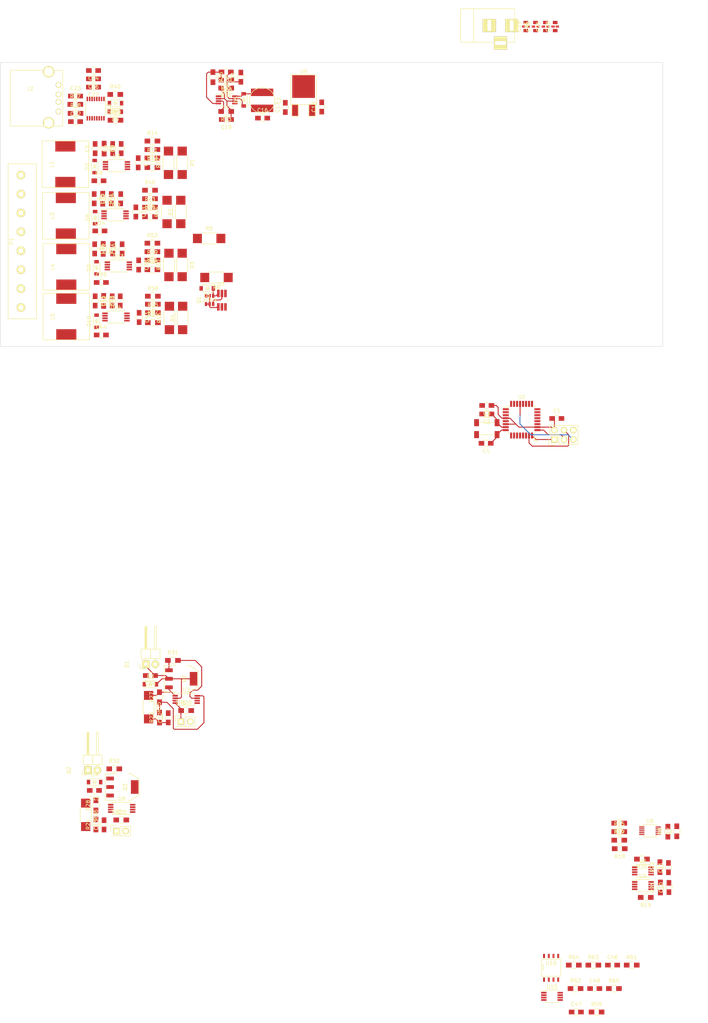
<source format=kicad_pcb>
(kicad_pcb (version 4) (host pcbnew "(after 2015-mar-04 BZR unknown)-product")
  (layers (0 F.Cu signal) (31 B.Cu signal) (34 B.Paste user) (35 F.Paste user) (36 B.SilkS user) (37 F.SilkS user) (38 B.Mask user) (39 F.Mask user) (44 Edge.Cuts user))
  (net 0 "")
  (net 1 "Net-(B1-Pad1)")
  (net 2 GND)
  (net 3 "Net-(B2-Pad1)")
  (net 4 "Net-(D6-Pad1)")
  (net 5 "Net-(D6-Pad2)")
  (net 6 "Net-(D7-Pad1)")
  (net 7 "Net-(D7-Pad2)")
  (net 8 "Net-(J1-Pad1)")
  (net 9 +3V3)
  (net 10 "Net-(J1-Pad3)")
  (net 11 "Net-(J1-Pad4)")
  (net 12 "Net-(J1-Pad5)")
  (net 13 +5V)
  (net 14 /MPPT1/Vin)
  (net 15 "/+3.3V and +5V Regulation/Vin")
  (net 16 /MPPT2/Vin)
  (net 17 /MPPT3/Vin)
  (net 18 /MPPT4/Vin)
  (net 19 "/Battery Management/Battery-Vout")
  (net 20 "Net-(Q1-Pad2)")
  (net 21 /ADC/Output-Current-H)
  (net 22 "Net-(Q2-Pad3)")
  (net 23 "Net-(Q2-Pad1)")
  (net 24 "Net-(Q3-Pad3)")
  (net 25 "Net-(Q3-Pad1)")
  (net 26 "Net-(U1-Pad4)")
  (net 27 "Net-(U2-Pad1)")
  (net 28 "Net-(U2-Pad2)")
  (net 29 "Net-(U2-Pad9)")
  (net 30 "Net-(U2-Pad10)")
  (net 31 "Net-(U2-Pad11)")
  (net 32 "Net-(U2-Pad12)")
  (net 33 "Net-(U2-Pad13)")
  (net 34 "Net-(U2-Pad14)")
  (net 35 "Net-(U2-Pad19)")
  (net 36 "Net-(U2-Pad20)")
  (net 37 "Net-(U2-Pad22)")
  (net 38 "Net-(U2-Pad23)")
  (net 39 "Net-(U2-Pad24)")
  (net 40 "Net-(U2-Pad25)")
  (net 41 "Net-(U2-Pad26)")
  (net 42 /Microcontroller/AT-SDA)
  (net 43 /Microcontroller/AT-SCL)
  (net 44 /Microcontroller/AT-RXD)
  (net 45 /Microcontroller/AT-TXD)
  (net 46 "Net-(U2-Pad32)")
  (net 47 /ADC/Input-Current-L)
  (net 48 /ADC/Input-Current-H)
  (net 49 /ADC/Output-Current-L)
  (net 50 /Microcontroller/AT-Alert)
  (net 51 /Microcontroller/AT-BAT1-STAT)
  (net 52 /Microcontroller/AT-BAT2-STAT)
  (net 53 "/Phone Interface/FTDI-TX")
  (net 54 "Net-(U11-Pad2)")
  (net 55 "/Phone Interface/FTDI-RX")
  (net 56 "Net-(U11-Pad16)")
  (net 57 "/Environment Sensors/ENV_OS")
  (net 58 "Net-(U16-Pad7)")
  (net 59 "/Environment Sensors/ENV_AL_L")
  (net 60 "/Environment Sensors/ENV_AL_H")
  (net 61 "Net-(X1-Pad3)")
  (net 62 "Net-(X1-Pad2)")
  (net 63 "Net-(C2-Pad1)")
  (net 64 "Net-(C4-Pad1)")
  (net 65 "Net-(C6-Pad1)")
  (net 66 "Net-(C7-Pad1)")
  (net 67 "Net-(C7-Pad2)")
  (net 68 "Net-(C8-Pad1)")
  (net 69 "Net-(C9-Pad1)")
  (net 70 "Net-(C10-Pad1)")
  (net 71 "Net-(C10-Pad2)")
  (net 72 "Net-(C11-Pad1)")
  (net 73 "Net-(C11-Pad2)")
  (net 74 "Net-(C18-Pad2)")
  (net 75 "Net-(C19-Pad1)")
  (net 76 "/+3.3V and +5V Regulation/LM_FB")
  (net 77 "Net-(C22-Pad1)")
  (net 78 "Net-(C23-Pad1)")
  (net 79 "Net-(C32-Pad1)")
  (net 80 "Net-(C33-Pad1)")
  (net 81 "Net-(C33-Pad2)")
  (net 82 "Net-(C34-Pad1)")
  (net 83 "Net-(C35-Pad1)")
  (net 84 "Net-(C37-Pad1)")
  (net 85 "Net-(C38-Pad1)")
  (net 86 "Net-(C38-Pad2)")
  (net 87 "Net-(C39-Pad1)")
  (net 88 "Net-(C40-Pad1)")
  (net 89 "Net-(C42-Pad1)")
  (net 90 "Net-(C43-Pad1)")
  (net 91 "Net-(C43-Pad2)")
  (net 92 "Net-(C44-Pad1)")
  (net 93 "Net-(C45-Pad1)")
  (net 94 "Net-(C48-Pad1)")
  (net 95 /MPPT1/MPPT-Vout)
  (net 96 /MPPT2/MPPT-Vout)
  (net 97 /MPPT3/MPPT-Vout)
  (net 98 /MPPT4/MPPT-Vout)
  (net 99 "Net-(R15-Pad2)")
  (net 100 "Net-(R17-Pad2)")
  (net 101 "Net-(R23-Pad2)")
  (net 102 "Net-(R24-Pad2)")
  (net 103 "Net-(R29-Pad1)")
  (net 104 "Net-(R30-Pad1)")
  (net 105 "Net-(R31-Pad2)")
  (net 106 "Net-(R32-Pad2)")
  (net 107 "Net-(R33-Pad2)")
  (net 108 "Net-(R37-Pad2)")
  (net 109 "Net-(R38-Pad2)")
  (net 110 "Net-(R59-Pad2)")
  (net 111 "Net-(R61-Pad2)")
  (net 112 "Net-(R63-Pad2)")
  (net 113 "/Phone Interface/Mic+")
  (net 114 "/Phone Interface/MicShield")
  (net 115 "/Phone Interface/Mic-")
  (net 116 "Net-(D2-Pad2)")
  (net 117 "Net-(D5-Pad2)")
  (net 118 "Net-(D8-Pad2)")
  (net 119 "Net-(D9-Pad2)")
  (net 120 "Net-(D10-Pad2)")
  (module Pin_Headers:Pin_Header_Angled_1x02 (layer F.Cu) (at 108.1024 209.3214 90)
    (fp_text reference B1 (at 0 -5.1 90) (layer F.SilkS))
    (fp_text value "Li-ion(2Cell)")
    (pad 1 thru_hole rect (at 0 0 90) (size 2.032 2.032) (drill 1.016) (layers *.Cu *.Mask F.SilkS) (net 1 "Net-(B1-Pad1)"))
    (pad 2 thru_hole oval (at 0 2.54 90) (size 2.032 2.032) (drill 1.016) (layers *.Cu *.Mask F.SilkS) (net 2 GND))
  )
  (module Pin_Headers:Pin_Header_Angled_1x02 (layer F.Cu) (at 92.5576 237.744 90)
    (fp_text reference B2 (at 0 -5.1 90) (layer F.SilkS))
    (fp_text value "Li-ion(2Cell)")
    (pad 1 thru_hole rect (at 0 0 90) (size 2.032 2.032) (drill 1.016) (layers *.Cu *.Mask F.SilkS) (net 3 "Net-(B2-Pad1)"))
    (pad 2 thru_hole oval (at 0 2.54 90) (size 2.032 2.032) (drill 1.016) (layers *.Cu *.Mask F.SilkS) (net 2 GND))
  )
  (module Capacitors_SMD:C_0805_HandSoldering (layer F.Cu) (at 218.44 143.3195)
    (fp_text reference C1 (at 0 -2.1) (layer F.SilkS))
    (fp_text value 1uF)
    (pad 1 smd rect (at -1.25 0) (size 1.5 1.25) (layers F.Cu F.Paste F.Mask) (net 9 +3V3))
    (pad 2 smd rect (at 1.25 0) (size 1.5 1.25) (layers F.Cu F.Paste F.Mask) (net 2 GND))
  )
  (module Capacitors_SMD:C_0805_HandSoldering (layer F.Cu) (at 199.644 142.113 180)
    (fp_text reference C2 (at 0 -2.1 180) (layer F.SilkS))
    (fp_text value 10pF)
    (pad 1 smd rect (at -1.25 0 180) (size 1.5 1.25) (layers F.Cu F.Paste F.Mask) (net 63 "Net-(C2-Pad1)"))
    (pad 2 smd rect (at 1.25 0 180) (size 1.5 1.25) (layers F.Cu F.Paste F.Mask) (net 2 GND))
  )
  (module Capacitors_SMD:C_0805_HandSoldering (layer F.Cu) (at 199.644 139.827 180)
    (fp_text reference C3 (at 0 -2.1 180) (layer F.SilkS))
    (fp_text value 1uF)
    (pad 1 smd rect (at -1.25 0 180) (size 1.5 1.25) (layers F.Cu F.Paste F.Mask) (net 9 +3V3))
    (pad 2 smd rect (at 1.25 0 180) (size 1.5 1.25) (layers F.Cu F.Paste F.Mask) (net 2 GND))
  )
  (module Capacitors_SMD:C_0805_HandSoldering (layer F.Cu) (at 199.4535 149.987 180)
    (fp_text reference C4 (at 0 -2.1 180) (layer F.SilkS))
    (fp_text value 10pF)
    (pad 1 smd rect (at -1.25 0 180) (size 1.5 1.25) (layers F.Cu F.Paste F.Mask) (net 64 "Net-(C4-Pad1)"))
    (pad 2 smd rect (at 1.25 0 180) (size 1.5 1.25) (layers F.Cu F.Paste F.Mask) (net 2 GND))
  )
  (module Capacitors_SMD:C_0805_HandSoldering (layer F.Cu) (at 94.488 70.866 90)
    (fp_text reference C5 (at 0 -2.1 90) (layer F.SilkS))
    (fp_text value 10uF)
    (pad 1 smd rect (at -1.25 0 90) (size 1.5 1.25) (layers F.Cu F.Paste F.Mask) (net 14 /MPPT1/Vin))
    (pad 2 smd rect (at 1.25 0 90) (size 1.5 1.25) (layers F.Cu F.Paste F.Mask) (net 2 GND))
  )
  (module Capacitors_SMD:C_0805_HandSoldering (layer F.Cu) (at 99.187 70.866 90)
    (fp_text reference C6 (at 0 -2.1 90) (layer F.SilkS))
    (fp_text value 10uF)
    (pad 1 smd rect (at -1.25 0 90) (size 1.5 1.25) (layers F.Cu F.Paste F.Mask) (net 65 "Net-(C6-Pad1)"))
    (pad 2 smd rect (at 1.25 0 90) (size 1.5 1.25) (layers F.Cu F.Paste F.Mask) (net 2 GND))
  )
  (module Capacitors_SMD:C_0805_HandSoldering (layer F.Cu) (at 106.045 74.676 270)
    (fp_text reference C7 (at 0 -2.1 270) (layer F.SilkS))
    (fp_text value 1uF)
    (pad 1 smd rect (at -1.25 0 270) (size 1.5 1.25) (layers F.Cu F.Paste F.Mask) (net 66 "Net-(C7-Pad1)"))
    (pad 2 smd rect (at 1.25 0 270) (size 1.5 1.25) (layers F.Cu F.Paste F.Mask) (net 67 "Net-(C7-Pad2)"))
  )
  (module Capacitors_SMD:C_0805_HandSoldering (layer F.Cu) (at 95.504 79.502)
    (fp_text reference C8 (at 0 -2.1) (layer F.SilkS))
    (fp_text value 22uF)
    (pad 1 smd rect (at -1.25 0) (size 1.5 1.25) (layers F.Cu F.Paste F.Mask) (net 68 "Net-(C8-Pad1)"))
    (pad 2 smd rect (at 1.25 0) (size 1.5 1.25) (layers F.Cu F.Paste F.Mask) (net 2 GND))
  )
  (module Capacitors_SMD:C_0805_HandSoldering (layer F.Cu) (at 101.473 70.866 90)
    (fp_text reference C9 (at 0 -2.1 90) (layer F.SilkS))
    (fp_text value 1nF)
    (pad 1 smd rect (at -1.25 0 90) (size 1.5 1.25) (layers F.Cu F.Paste F.Mask) (net 69 "Net-(C9-Pad1)"))
    (pad 2 smd rect (at 1.25 0 90) (size 1.5 1.25) (layers F.Cu F.Paste F.Mask) (net 2 GND))
  )
  (module Capacitors_SMD:C_0805_HandSoldering (layer F.Cu) (at 248.539 269.24 90)
    (fp_text reference C10 (at 0 -2.1 90) (layer F.SilkS))
    (fp_text value 0.1uF)
    (pad 1 smd rect (at -1.25 0 90) (size 1.5 1.25) (layers F.Cu F.Paste F.Mask) (net 70 "Net-(C10-Pad1)"))
    (pad 2 smd rect (at 1.25 0 90) (size 1.5 1.25) (layers F.Cu F.Paste F.Mask) (net 71 "Net-(C10-Pad2)"))
  )
  (module Capacitors_SMD:C_0805_HandSoldering (layer F.Cu) (at 248.412 263.906 90)
    (fp_text reference C11 (at 0 -2.1 90) (layer F.SilkS))
    (fp_text value 0.1uF)
    (pad 1 smd rect (at -1.25 0 90) (size 1.5 1.25) (layers F.Cu F.Paste F.Mask) (net 72 "Net-(C11-Pad1)"))
    (pad 2 smd rect (at 1.25 0 90) (size 1.5 1.25) (layers F.Cu F.Paste F.Mask) (net 73 "Net-(C11-Pad2)"))
  )
  (module Capacitors_SMD:C_0805_HandSoldering (layer F.Cu) (at 114.1095 223.6851 90)
    (fp_text reference C12 (at 0 -2.1 90) (layer F.SilkS))
    (fp_text value 0.1uF)
    (pad 1 smd rect (at -1.25 0 90) (size 1.5 1.25) (layers F.Cu F.Paste F.Mask) (net 47 /ADC/Input-Current-L))
    (pad 2 smd rect (at 1.25 0 90) (size 1.5 1.25) (layers F.Cu F.Paste F.Mask) (net 2 GND))
  )
  (module Capacitors_SMD:C_0805_HandSoldering (layer F.Cu) (at 96.8756 252.4252 90)
    (fp_text reference C13 (at 0 -2.1 90) (layer F.SilkS))
    (fp_text value 0.1uF)
    (pad 1 smd rect (at -1.25 0 90) (size 1.5 1.25) (layers F.Cu F.Paste F.Mask) (net 47 /ADC/Input-Current-L))
    (pad 2 smd rect (at 1.25 0 90) (size 1.5 1.25) (layers F.Cu F.Paste F.Mask) (net 2 GND))
  )
  (module Capacitors_SMD:C_0805_HandSoldering (layer F.Cu) (at 109.3216 212.344 180)
    (fp_text reference C14 (at 0 -2.1 180) (layer F.SilkS))
    (fp_text value 0.1uF)
    (pad 1 smd rect (at -1.25 0 180) (size 1.5 1.25) (layers F.Cu F.Paste F.Mask) (net 1 "Net-(B1-Pad1)"))
    (pad 2 smd rect (at 1.25 0 180) (size 1.5 1.25) (layers F.Cu F.Paste F.Mask) (net 2 GND))
  )
  (module Capacitors_SMD:C_0805_HandSoldering (layer F.Cu) (at 94.2848 243.1796 180)
    (fp_text reference C15 (at 0 -2.1 180) (layer F.SilkS))
    (fp_text value 0.1uF)
    (pad 1 smd rect (at -1.25 0 180) (size 1.5 1.25) (layers F.Cu F.Paste F.Mask) (net 3 "Net-(B2-Pad1)"))
    (pad 2 smd rect (at 1.25 0 180) (size 1.5 1.25) (layers F.Cu F.Paste F.Mask) (net 2 GND))
  )
  (module Capacitors_SMD:C_0805_HandSoldering (layer F.Cu) (at 139.446 62.6745)
    (fp_text reference C16 (at 0 -2.1) (layer F.SilkS))
    (fp_text value "22uF Tant")
    (pad 1 smd rect (at -1.25 0) (size 1.5 1.25) (layers F.Cu F.Paste F.Mask) (net 15 "/+3.3V and +5V Regulation/Vin"))
    (pad 2 smd rect (at 1.25 0) (size 1.5 1.25) (layers F.Cu F.Paste F.Mask) (net 2 GND))
  )
  (module Capacitors_SMD:C_0805_HandSoldering (layer F.Cu) (at 145.542 59.817 90)
    (fp_text reference C17 (at 0 -2.1 90) (layer F.SilkS))
    (fp_text value 1uF)
    (pad 1 smd rect (at -1.25 0 90) (size 1.5 1.25) (layers F.Cu F.Paste F.Mask) (net 15 "/+3.3V and +5V Regulation/Vin"))
    (pad 2 smd rect (at 1.25 0 90) (size 1.5 1.25) (layers F.Cu F.Paste F.Mask) (net 2 GND))
  )
  (module Capacitors_SMD:C_0805_HandSoldering (layer F.Cu) (at 155.321 59.69 90)
    (fp_text reference C18 (at 0 -2.1 90) (layer F.SilkS))
    (fp_text value 1uF)
    (pad 1 smd rect (at -1.25 0 90) (size 1.5 1.25) (layers F.Cu F.Paste F.Mask) (net 9 +3V3))
    (pad 2 smd rect (at 1.25 0 90) (size 1.5 1.25) (layers F.Cu F.Paste F.Mask) (net 74 "Net-(C18-Pad2)"))
  )
  (module Capacitors_SMD:C_0805_HandSoldering (layer F.Cu) (at 129.7305 63.0555 180)
    (fp_text reference C19 (at 0 -2.1 180) (layer F.SilkS))
    (fp_text value 1uF)
    (pad 1 smd rect (at -1.25 0 180) (size 1.5 1.25) (layers F.Cu F.Paste F.Mask) (net 75 "Net-(C19-Pad1)"))
    (pad 2 smd rect (at 1.25 0 180) (size 1.5 1.25) (layers F.Cu F.Paste F.Mask) (net 2 GND))
  )
  (module Capacitors_SMD:C_0805_HandSoldering (layer F.Cu) (at 129.667 50.292 180)
    (fp_text reference C20 (at 0 -2.1 180) (layer F.SilkS))
    (fp_text value 39pF)
    (pad 1 smd rect (at -1.25 0 180) (size 1.5 1.25) (layers F.Cu F.Paste F.Mask) (net 13 +5V))
    (pad 2 smd rect (at 1.25 0 180) (size 1.5 1.25) (layers F.Cu F.Paste F.Mask) (net 76 "/+3.3V and +5V Regulation/LM_FB"))
  )
  (module Capacitors_SMD:C_0805_HandSoldering (layer F.Cu) (at 133.604 51.689 90)
    (fp_text reference C21 (at 0 -2.1 90) (layer F.SilkS))
    (fp_text value "68uF Tant")
    (pad 1 smd rect (at -1.25 0 90) (size 1.5 1.25) (layers F.Cu F.Paste F.Mask) (net 13 +5V))
    (pad 2 smd rect (at 1.25 0 90) (size 1.5 1.25) (layers F.Cu F.Paste F.Mask) (net 2 GND))
  )
  (module Capacitors_SMD:C_0805_HandSoldering (layer F.Cu) (at 89.2175 63.627)
    (fp_text reference C22 (at 0 -2.1) (layer F.SilkS))
    (fp_text value 47pF)
    (pad 1 smd rect (at -1.25 0) (size 1.5 1.25) (layers F.Cu F.Paste F.Mask) (net 77 "Net-(C22-Pad1)"))
    (pad 2 smd rect (at 1.25 0) (size 1.5 1.25) (layers F.Cu F.Paste F.Mask) (net 2 GND))
  )
  (module Capacitors_SMD:C_0805_HandSoldering (layer F.Cu) (at 89.2175 56.769)
    (fp_text reference C23 (at 0 -2.1) (layer F.SilkS))
    (fp_text value 47pF)
    (pad 1 smd rect (at -1.25 0) (size 1.5 1.25) (layers F.Cu F.Paste F.Mask) (net 78 "Net-(C23-Pad1)"))
    (pad 2 smd rect (at 1.25 0) (size 1.5 1.25) (layers F.Cu F.Paste F.Mask) (net 2 GND))
  )
  (module Capacitors_SMD:C_0805_HandSoldering (layer F.Cu) (at 94.0435 49.911 180)
    (fp_text reference C24 (at 0 -2.1 180) (layer F.SilkS))
    (fp_text value 100nF)
    (pad 1 smd rect (at -1.25 0 180) (size 1.5 1.25) (layers F.Cu F.Paste F.Mask) (net 9 +3V3))
    (pad 2 smd rect (at 1.25 0 180) (size 1.5 1.25) (layers F.Cu F.Paste F.Mask) (net 2 GND))
  )
  (module Capacitors_SMD:C_0805_HandSoldering (layer F.Cu) (at 94.0435 52.1335 180)
    (fp_text reference C26 (at 0 -2.1 180) (layer F.SilkS))
    (fp_text value 100nF)
    (pad 1 smd rect (at -1.25 0 180) (size 1.5 1.25) (layers F.Cu F.Paste F.Mask) (net 9 +3V3))
    (pad 2 smd rect (at 1.25 0 180) (size 1.5 1.25) (layers F.Cu F.Paste F.Mask) (net 2 GND))
  )
  (module Capacitors_SMD:C_0805_HandSoldering (layer F.Cu) (at 94.0435 54.356 180)
    (fp_text reference C27 (at 0 -2.1 180) (layer F.SilkS))
    (fp_text value 4.7uF)
    (pad 1 smd rect (at -1.25 0 180) (size 1.5 1.25) (layers F.Cu F.Paste F.Mask) (net 9 +3V3))
    (pad 2 smd rect (at 1.25 0 180) (size 1.5 1.25) (layers F.Cu F.Paste F.Mask) (net 2 GND))
  )
  (module Capacitors_SMD:C_0805_HandSoldering (layer F.Cu) (at 94.234 84.328 270)
    (fp_text reference C31 (at 0 -2.1 270) (layer F.SilkS))
    (fp_text value 10uF)
    (pad 1 smd rect (at -1.25 0 270) (size 1.5 1.25) (layers F.Cu F.Paste F.Mask) (net 16 /MPPT2/Vin))
    (pad 2 smd rect (at 1.25 0 270) (size 1.5 1.25) (layers F.Cu F.Paste F.Mask) (net 2 GND))
  )
  (module Capacitors_SMD:C_0805_HandSoldering (layer F.Cu) (at 98.806 84.328 90)
    (fp_text reference C32 (at 0 -2.1 90) (layer F.SilkS))
    (fp_text value 10uF)
    (pad 1 smd rect (at -1.25 0 90) (size 1.5 1.25) (layers F.Cu F.Paste F.Mask) (net 79 "Net-(C32-Pad1)"))
    (pad 2 smd rect (at 1.25 0 90) (size 1.5 1.25) (layers F.Cu F.Paste F.Mask) (net 2 GND))
  )
  (module Capacitors_SMD:C_0805_HandSoldering (layer F.Cu) (at 105.41 87.884 270)
    (fp_text reference C33 (at 0 -2.1 270) (layer F.SilkS))
    (fp_text value 1uF)
    (pad 1 smd rect (at -1.25 0 270) (size 1.5 1.25) (layers F.Cu F.Paste F.Mask) (net 80 "Net-(C33-Pad1)"))
    (pad 2 smd rect (at 1.25 0 270) (size 1.5 1.25) (layers F.Cu F.Paste F.Mask) (net 81 "Net-(C33-Pad2)"))
  )
  (module Capacitors_SMD:C_0805_HandSoldering (layer F.Cu) (at 95.758 92.964)
    (fp_text reference C34 (at 0 -2.1) (layer F.SilkS))
    (fp_text value 22uF)
    (pad 1 smd rect (at -1.25 0) (size 1.5 1.25) (layers F.Cu F.Paste F.Mask) (net 82 "Net-(C34-Pad1)"))
    (pad 2 smd rect (at 1.25 0) (size 1.5 1.25) (layers F.Cu F.Paste F.Mask) (net 2 GND))
  )
  (module Capacitors_SMD:C_0805_HandSoldering (layer F.Cu) (at 101.346 84.328 90)
    (fp_text reference C35 (at 0 -2.1 90) (layer F.SilkS))
    (fp_text value 1nF)
    (pad 1 smd rect (at -1.25 0 90) (size 1.5 1.25) (layers F.Cu F.Paste F.Mask) (net 83 "Net-(C35-Pad1)"))
    (pad 2 smd rect (at 1.25 0 90) (size 1.5 1.25) (layers F.Cu F.Paste F.Mask) (net 2 GND))
  )
  (module Capacitors_SMD:C_0805_HandSoldering (layer F.Cu) (at 94.361 97.79 270)
    (fp_text reference C36 (at 0 -2.1 270) (layer F.SilkS))
    (fp_text value 10uF)
    (pad 1 smd rect (at -1.25 0 270) (size 1.5 1.25) (layers F.Cu F.Paste F.Mask) (net 17 /MPPT3/Vin))
    (pad 2 smd rect (at 1.25 0 270) (size 1.5 1.25) (layers F.Cu F.Paste F.Mask) (net 2 GND))
  )
  (module Capacitors_SMD:C_0805_HandSoldering (layer F.Cu) (at 99.187 97.79 90)
    (fp_text reference C37 (at 0 -2.1 90) (layer F.SilkS))
    (fp_text value 10uF)
    (pad 1 smd rect (at -1.25 0 90) (size 1.5 1.25) (layers F.Cu F.Paste F.Mask) (net 84 "Net-(C37-Pad1)"))
    (pad 2 smd rect (at 1.25 0 90) (size 1.5 1.25) (layers F.Cu F.Paste F.Mask) (net 2 GND))
  )
  (module Capacitors_SMD:C_0805_HandSoldering (layer F.Cu) (at 106.172 102.108 270)
    (fp_text reference C38 (at 0 -2.1 270) (layer F.SilkS))
    (fp_text value 1uF)
    (pad 1 smd rect (at -1.25 0 270) (size 1.5 1.25) (layers F.Cu F.Paste F.Mask) (net 85 "Net-(C38-Pad1)"))
    (pad 2 smd rect (at 1.25 0 270) (size 1.5 1.25) (layers F.Cu F.Paste F.Mask) (net 86 "Net-(C38-Pad2)"))
  )
  (module Capacitors_SMD:C_0805_HandSoldering (layer F.Cu) (at 96.139 106.807)
    (fp_text reference C39 (at 0 -2.1) (layer F.SilkS))
    (fp_text value 22uF)
    (pad 1 smd rect (at -1.25 0) (size 1.5 1.25) (layers F.Cu F.Paste F.Mask) (net 87 "Net-(C39-Pad1)"))
    (pad 2 smd rect (at 1.25 0) (size 1.5 1.25) (layers F.Cu F.Paste F.Mask) (net 2 GND))
  )
  (module Capacitors_SMD:C_0805_HandSoldering (layer F.Cu) (at 101.727 97.79 90)
    (fp_text reference C40 (at 0 -2.1 90) (layer F.SilkS))
    (fp_text value 1nF)
    (pad 1 smd rect (at -1.25 0 90) (size 1.5 1.25) (layers F.Cu F.Paste F.Mask) (net 88 "Net-(C40-Pad1)"))
    (pad 2 smd rect (at 1.25 0 90) (size 1.5 1.25) (layers F.Cu F.Paste F.Mask) (net 2 GND))
  )
  (module Capacitors_SMD:C_0805_HandSoldering (layer F.Cu) (at 94.488 111.76 270)
    (fp_text reference C41 (at 0 -2.1 270) (layer F.SilkS))
    (fp_text value 10uF)
    (pad 1 smd rect (at -1.25 0 270) (size 1.5 1.25) (layers F.Cu F.Paste F.Mask) (net 18 /MPPT4/Vin))
    (pad 2 smd rect (at 1.25 0 270) (size 1.5 1.25) (layers F.Cu F.Paste F.Mask) (net 2 GND))
  )
  (module Capacitors_SMD:C_0805_HandSoldering (layer F.Cu) (at 99.06 111.76 90)
    (fp_text reference C42 (at 0 -2.1 90) (layer F.SilkS))
    (fp_text value 10uF)
    (pad 1 smd rect (at -1.25 0 90) (size 1.5 1.25) (layers F.Cu F.Paste F.Mask) (net 89 "Net-(C42-Pad1)"))
    (pad 2 smd rect (at 1.25 0 90) (size 1.5 1.25) (layers F.Cu F.Paste F.Mask) (net 2 GND))
  )
  (module Capacitors_SMD:C_0805_HandSoldering (layer F.Cu) (at 106.299 116.205 270)
    (fp_text reference C43 (at 0 -2.1 270) (layer F.SilkS))
    (fp_text value 1uF)
    (pad 1 smd rect (at -1.25 0 270) (size 1.5 1.25) (layers F.Cu F.Paste F.Mask) (net 90 "Net-(C43-Pad1)"))
    (pad 2 smd rect (at 1.25 0 270) (size 1.5 1.25) (layers F.Cu F.Paste F.Mask) (net 91 "Net-(C43-Pad2)"))
  )
  (module Capacitors_SMD:C_0805_HandSoldering (layer F.Cu) (at 96.139 120.904)
    (fp_text reference C44 (at 0 -2.1) (layer F.SilkS))
    (fp_text value 22uF)
    (pad 1 smd rect (at -1.25 0) (size 1.5 1.25) (layers F.Cu F.Paste F.Mask) (net 92 "Net-(C44-Pad1)"))
    (pad 2 smd rect (at 1.25 0) (size 1.5 1.25) (layers F.Cu F.Paste F.Mask) (net 2 GND))
  )
  (module Capacitors_SMD:C_0805_HandSoldering (layer F.Cu) (at 101.219 111.76 90)
    (fp_text reference C45 (at 0 -2.1 90) (layer F.SilkS))
    (fp_text value 1nF)
    (pad 1 smd rect (at -1.25 0 90) (size 1.5 1.25) (layers F.Cu F.Paste F.Mask) (net 93 "Net-(C45-Pad1)"))
    (pad 2 smd rect (at 1.25 0 90) (size 1.5 1.25) (layers F.Cu F.Paste F.Mask) (net 2 GND))
  )
  (module Capacitors_SMD:C_0805_HandSoldering (layer F.Cu) (at 233.401001 290.077)
    (fp_text reference C46 (at 0 -2.1) (layer F.SilkS))
    (fp_text value 0.1uF)
    (pad 1 smd rect (at -1.25 0) (size 1.5 1.25) (layers F.Cu F.Paste F.Mask) (net 9 +3V3))
    (pad 2 smd rect (at 1.25 0) (size 1.5 1.25) (layers F.Cu F.Paste F.Mask) (net 2 GND))
  )
  (module Capacitors_SMD:C_0805_HandSoldering (layer F.Cu) (at 223.668619 302.677)
    (fp_text reference C47 (at 0 -2.1) (layer F.SilkS))
    (fp_text value 0.22uF)
    (pad 1 smd rect (at -1.25 0) (size 1.5 1.25) (layers F.Cu F.Paste F.Mask) (net 9 +3V3))
    (pad 2 smd rect (at 1.25 0) (size 1.5 1.25) (layers F.Cu F.Paste F.Mask) (net 2 GND))
  )
  (module Capacitors_SMD:C_0805_HandSoldering (layer F.Cu) (at 228.621001 296.377)
    (fp_text reference C48 (at 0 -2.1) (layer F.SilkS))
    (fp_text value 0.1)
    (pad 1 smd rect (at -1.25 0) (size 1.5 1.25) (layers F.Cu F.Paste F.Mask) (net 94 "Net-(C48-Pad1)"))
    (pad 2 smd rect (at 1.25 0) (size 1.5 1.25) (layers F.Cu F.Paste F.Mask) (net 2 GND))
  )
  (module Diodes_SMD:SOD-123 (layer F.Cu) (at 124.587 108.3945 180)
    (fp_text reference D1 (at 0 -2 180) (layer F.SilkS))
    (fp_text value 1N5819)
    (pad 1 smd rect (at -1.635 0 180) (size 0.91 1.22) (layers F.Cu F.Paste F.Mask) (net 21 /ADC/Output-Current-H))
    (pad 2 smd rect (at 1.635 0 180) (size 0.91 1.22) (layers F.Cu F.Paste F.Mask) (net 47 /ADC/Input-Current-L))
  )
  (module Diodes_SMD:SOD-123 (layer F.Cu) (at 94.361 75.692 90)
    (fp_text reference D2 (at 0 -2 90) (layer F.SilkS))
    (fp_text value Diode-Shottky)
    (pad 1 smd rect (at -1.635 0 90) (size 0.91 1.22) (layers F.Cu F.Paste F.Mask) (net 68 "Net-(C8-Pad1)"))
    (pad 2 smd rect (at 1.635 0 90) (size 0.91 1.22) (layers F.Cu F.Paste F.Mask) (net 116 "Net-(D2-Pad2)"))
  )
  (module Diodes_SMD:SOD-123 (layer F.Cu) (at 109.3216 214.6808)
    (fp_text reference D3 (at 0 -2) (layer F.SilkS))
    (fp_text value Diode-Shottky)
    (pad 1 smd rect (at -1.635 0) (size 0.91 1.22) (layers F.Cu F.Paste F.Mask) (net 19 "/Battery Management/Battery-Vout"))
    (pad 2 smd rect (at 1.635 0) (size 0.91 1.22) (layers F.Cu F.Paste F.Mask) (net 1 "Net-(B1-Pad1)"))
  )
  (module Diodes_SMD:SOD-123 (layer F.Cu) (at 94.3356 240.9444)
    (fp_text reference D4 (at 0 -2) (layer F.SilkS))
    (fp_text value Diode-Shottky)
    (pad 1 smd rect (at -1.635 0) (size 0.91 1.22) (layers F.Cu F.Paste F.Mask) (net 19 "/Battery Management/Battery-Vout"))
    (pad 2 smd rect (at 1.635 0) (size 0.91 1.22) (layers F.Cu F.Paste F.Mask) (net 3 "Net-(B2-Pad1)"))
  )
  (module Diodes_SMD:SOD-123 (layer F.Cu) (at 134.366 57.785 90)
    (fp_text reference D5 (at 0 -2 90) (layer F.SilkS))
    (fp_text value Diode-Shottky)
    (pad 1 smd rect (at -1.635 0 90) (size 0.91 1.22) (layers F.Cu F.Paste F.Mask) (net 13 +5V))
    (pad 2 smd rect (at 1.635 0 90) (size 0.91 1.22) (layers F.Cu F.Paste F.Mask) (net 117 "Net-(D5-Pad2)"))
  )
  (module Diodes_SMD:SOD-123 (layer F.Cu) (at 99.8855 60.96 180)
    (fp_text reference D6 (at 0 -2 180) (layer F.SilkS))
    (fp_text value GRN)
    (pad 1 smd rect (at -1.635 0 180) (size 0.91 1.22) (layers F.Cu F.Paste F.Mask) (net 4 "Net-(D6-Pad1)"))
    (pad 2 smd rect (at 1.635 0 180) (size 0.91 1.22) (layers F.Cu F.Paste F.Mask) (net 5 "Net-(D6-Pad2)"))
  )
  (module Diodes_SMD:SOD-123 (layer F.Cu) (at 99.949 58.674 180)
    (fp_text reference D7 (at 0 -2 180) (layer F.SilkS))
    (fp_text value LED)
    (pad 1 smd rect (at -1.635 0 180) (size 0.91 1.22) (layers F.Cu F.Paste F.Mask) (net 6 "Net-(D7-Pad1)"))
    (pad 2 smd rect (at 1.635 0 180) (size 0.91 1.22) (layers F.Cu F.Paste F.Mask) (net 7 "Net-(D7-Pad2)"))
  )
  (module Diodes_SMD:SOD-123 (layer F.Cu) (at 94.869 117.221 90)
    (fp_text reference D10 (at 0 -2 90) (layer F.SilkS))
    (fp_text value Diode-Shottky)
    (pad 1 smd rect (at -1.635 0 90) (size 0.91 1.22) (layers F.Cu F.Paste F.Mask) (net 92 "Net-(C44-Pad1)"))
    (pad 2 smd rect (at 1.635 0 90) (size 0.91 1.22) (layers F.Cu F.Paste F.Mask) (net 120 "Net-(D10-Pad2)"))
  )
  (module Connect:USB_A (layer F.Cu) (at 84.6455 57.3405 180)
    (fp_text reference J2 (at 7.62 2.54 180) (layer F.SilkS))
    (fp_text value USB)
    (pad 4 thru_hole circle (at 0 -3.556 180) (size 1.50114 1.50114) (drill 1.00076) (layers *.Cu *.Mask F.SilkS) (net 2 GND))
    (pad 3 thru_hole circle (at 0 -1.016 180) (size 1.50114 1.50114) (drill 1.00076) (layers *.Cu *.Mask F.SilkS) (net 77 "Net-(C22-Pad1)"))
    (pad 2 thru_hole circle (at 0 1.016 180) (size 1.50114 1.50114) (drill 1.00076) (layers *.Cu *.Mask F.SilkS) (net 78 "Net-(C23-Pad1)"))
    (pad 1 thru_hole circle (at 0 3.556 180) (size 1.50114 1.50114) (drill 1.00076) (layers *.Cu *.Mask F.SilkS) (net 13 +5V))
    (pad 5 thru_hole circle (at 2.667 -6.604 180) (size 2.99974 2.99974) (drill 2.30124) (layers *.Cu *.Mask F.SilkS) (net 2 GND))
    (pad 6 thru_hole circle (at 2.667 7.112 180) (size 2.99974 2.99974) (drill 2.30124) (layers *.Cu *.Mask F.SilkS) (net 2 GND))
  )
  (module Connect:BARREL_JACK (layer F.Cu) (at 200.117121 37.81948)
    (fp_text reference J3 (at 10.09904 0 90) (layer F.SilkS))
    (fp_text value Barrel)
    (pad 1 thru_hole rect (at 6.20014 0) (size 3.50012 3.50012) (drill oval 1.00076 2.99974) (layers *.Cu *.Mask F.SilkS) (net 113 "/Phone Interface/Mic+"))
    (pad 2 thru_hole rect (at 0.20066 0) (size 3.50012 3.50012) (drill oval 1.00076 2.99974) (layers *.Cu *.Mask F.SilkS) (net 115 "/Phone Interface/Mic-"))
    (pad 3 thru_hole rect (at 3.2004 4.699) (size 3.50012 3.50012) (drill oval 2.99974 1.00076) (layers *.Cu *.Mask F.SilkS) (net 114 "/Phone Interface/MicShield"))
  )
  (module RFCX:Ind_12_5x12_5 (layer F.Cu) (at 86.487 75.057 270)
    (fp_text reference L1 (at 0 3.683 270) (layer F.SilkS))
    (fp_text value 27uH)
    (pad 1 smd rect (at -4.85 0 270) (size 2.9 5.4) (layers F.Cu F.Paste F.Mask) (net 14 /MPPT1/Vin))
    (pad 2 smd rect (at 4.85 0 270) (size 2.9 5.4) (layers F.Cu F.Paste F.Mask) (net 116 "Net-(D2-Pad2)"))
  )
  (module RFCX:Ind_6x6 (layer F.Cu) (at 139.319 57.912 90)
    (fp_text reference L2 (at 0 4.445 90) (layer F.SilkS))
    (fp_text value 6.8uH)
    (pad 1 smd rect (at -2.15 0 90) (size 2 6) (layers F.Cu F.Paste F.Mask) (net 15 "/+3.3V and +5V Regulation/Vin"))
    (pad 2 smd rect (at 2.15 0 90) (size 2 6) (layers F.Cu F.Paste F.Mask) (net 117 "Net-(D5-Pad2)"))
  )
  (module RFCX:Ind_12_5x12_5 (layer F.Cu) (at 86.614 88.9 270)
    (fp_text reference L3 (at 0 3.683 270) (layer F.SilkS))
    (fp_text value 27uH)
    (pad 1 smd rect (at -4.85 0 270) (size 2.9 5.4) (layers F.Cu F.Paste F.Mask) (net 16 /MPPT2/Vin))
    (pad 2 smd rect (at 4.85 0 270) (size 2.9 5.4) (layers F.Cu F.Paste F.Mask) (net 118 "Net-(D8-Pad2)"))
  )
  (module RFCX:Ind_12_5x12_5 (layer F.Cu) (at 86.741 102.616 270)
    (fp_text reference L4 (at 0 3.683 270) (layer F.SilkS))
    (fp_text value 27uH)
    (pad 1 smd rect (at -4.85 0 270) (size 2.9 5.4) (layers F.Cu F.Paste F.Mask) (net 17 /MPPT3/Vin))
    (pad 2 smd rect (at 4.85 0 270) (size 2.9 5.4) (layers F.Cu F.Paste F.Mask) (net 119 "Net-(D9-Pad2)"))
  )
  (module RFCX:Ind_12_5x12_5 (layer F.Cu) (at 86.741 115.951 270)
    (fp_text reference L5 (at 0 3.683 270) (layer F.SilkS))
    (fp_text value 27uH)
    (pad 1 smd rect (at -4.85 0 270) (size 2.9 5.4) (layers F.Cu F.Paste F.Mask) (net 18 /MPPT4/Vin))
    (pad 2 smd rect (at 4.85 0 270) (size 2.9 5.4) (layers F.Cu F.Paste F.Mask) (net 120 "Net-(D10-Pad2)"))
  )
  (module RFCX:Terminal_Block_8 (layer F.Cu) (at 74.549 95.758 270)
    (fp_text reference P1 (at 0 2.54 270) (layer F.SilkS))
    (fp_text value "Terminal Block")
    (pad 1 thru_hole circle (at -17.78 0 270) (size 2.3 2.3) (drill 1.3) (layers *.Cu *.Mask F.SilkS) (net 14 /MPPT1/Vin))
    (pad 2 thru_hole circle (at -12.7 0 270) (size 2.3 2.3) (drill 1.3) (layers *.Cu *.Mask F.SilkS) (net 2 GND))
    (pad 3 thru_hole circle (at -7.62 0 270) (size 2.3 2.3) (drill 1.3) (layers *.Cu *.Mask F.SilkS) (net 16 /MPPT2/Vin))
    (pad 4 thru_hole circle (at -2.54 0 270) (size 2.3 2.3) (drill 1.3) (layers *.Cu *.Mask F.SilkS) (net 2 GND))
    (pad 5 thru_hole circle (at 2.54 0 270) (size 2.3 2.3) (drill 1.3) (layers *.Cu *.Mask F.SilkS) (net 17 /MPPT3/Vin))
    (pad 6 thru_hole circle (at 7.62 0 270) (size 2.3 2.3) (drill 1.3) (layers *.Cu *.Mask F.SilkS) (net 2 GND))
    (pad 7 thru_hole circle (at 12.7 0 270) (size 2.3 2.3) (drill 1.3) (layers *.Cu *.Mask F.SilkS) (net 18 /MPPT4/Vin))
    (pad 8 thru_hole circle (at 17.78 0 270) (size 2.3 2.3) (drill 1.3) (layers *.Cu *.Mask F.SilkS) (net 2 GND))
  )
  (module SMD_Packages:SOT-223 (layer F.Cu) (at 117.602 213.2076 270)
    (fp_text reference Q2 (at 0 -0.762 270) (layer F.SilkS))
    (fp_text value FZT788B)
    (pad 4 smd rect (at 0 -3.302 270) (size 3.6576 2.032) (layers F.Cu F.Paste F.Mask) (net 1 "Net-(B1-Pad1)"))
    (pad 2 smd rect (at 0 3.302 270) (size 1.016 2.032) (layers F.Cu F.Paste F.Mask) (net 1 "Net-(B1-Pad1)"))
    (pad 3 smd rect (at 2.286 3.302 270) (size 1.016 2.032) (layers F.Cu F.Paste F.Mask) (net 22 "Net-(Q2-Pad3)"))
    (pad 1 smd rect (at -2.286 3.302 270) (size 1.016 2.032) (layers F.Cu F.Paste F.Mask) (net 23 "Net-(Q2-Pad1)"))
  )
  (module SMD_Packages:SOT-223 (layer F.Cu) (at 101.8032 242.2652 270)
    (fp_text reference Q3 (at 0 -0.762 270) (layer F.SilkS))
    (fp_text value FZT788B)
    (pad 4 smd rect (at 0 -3.302 270) (size 3.6576 2.032) (layers F.Cu F.Paste F.Mask) (net 3 "Net-(B2-Pad1)"))
    (pad 2 smd rect (at 0 3.302 270) (size 1.016 2.032) (layers F.Cu F.Paste F.Mask) (net 3 "Net-(B2-Pad1)"))
    (pad 3 smd rect (at 2.286 3.302 270) (size 1.016 2.032) (layers F.Cu F.Paste F.Mask) (net 24 "Net-(Q3-Pad3)"))
    (pad 1 smd rect (at -2.286 3.302 270) (size 1.016 2.032) (layers F.Cu F.Paste F.Mask) (net 25 "Net-(Q3-Pad1)"))
  )
  (module Resistors_SMD:R_2010_HandSoldering (layer F.Cu) (at 117.856 74.676 270)
    (fp_text reference R1 (at 0 -2.7 270) (layer F.SilkS))
    (fp_text value "0.025, 1W")
    (pad 1 smd rect (at -3.15 0 270) (size 2.4 2.5) (layers F.Cu F.Paste F.Mask) (net 95 /MPPT1/MPPT-Vout))
    (pad 2 smd rect (at 3.15 0 270) (size 2.4 2.5) (layers F.Cu F.Paste F.Mask) (net 48 /ADC/Input-Current-H))
  )
  (module Resistors_SMD:R_2010_HandSoldering (layer F.Cu) (at 117.475 87.884 90)
    (fp_text reference R2 (at 0 -2.7 90) (layer F.SilkS))
    (fp_text value "0.025, 1W")
    (pad 1 smd rect (at -3.15 0 90) (size 2.4 2.5) (layers F.Cu F.Paste F.Mask) (net 96 /MPPT2/MPPT-Vout))
    (pad 2 smd rect (at 3.15 0 90) (size 2.4 2.5) (layers F.Cu F.Paste F.Mask) (net 48 /ADC/Input-Current-H))
  )
  (module Resistors_SMD:R_0805_HandSoldering (layer F.Cu) (at 248.2596 254.254 90)
    (fp_text reference R8 (at 0 -2.1 90) (layer F.SilkS))
    (fp_text value 10k)
    (pad 1 smd rect (at -1.35 0 90) (size 1.5 1.3) (layers F.Cu F.Paste F.Mask) (net 9 +3V3))
    (pad 2 smd rect (at 1.35 0 90) (size 1.5 1.3) (layers F.Cu F.Paste F.Mask) (net 42 /Microcontroller/AT-SDA))
  )
  (module Resistors_SMD:R_0805_HandSoldering (layer F.Cu) (at 96.901 70.866 270)
    (fp_text reference R9 (at 0 -2.1 270) (layer F.SilkS))
    (fp_text value 1k)
    (pad 1 smd rect (at -1.35 0 270) (size 1.5 1.3) (layers F.Cu F.Paste F.Mask) (net 14 /MPPT1/Vin))
    (pad 2 smd rect (at 1.35 0 270) (size 1.5 1.3) (layers F.Cu F.Paste F.Mask) (net 65 "Net-(C6-Pad1)"))
  )
  (module Resistors_SMD:R_0805_HandSoldering (layer F.Cu) (at 109.855 75.946)
    (fp_text reference R10 (at 0 -2.1) (layer F.SilkS))
    (fp_text value 1k)
    (pad 1 smd rect (at -1.35 0) (size 1.5 1.3) (layers F.Cu F.Paste F.Mask) (net 67 "Net-(C7-Pad2)"))
    (pad 2 smd rect (at 1.35 0) (size 1.5 1.3) (layers F.Cu F.Paste F.Mask) (net 68 "Net-(C8-Pad1)"))
  )
  (module Resistors_SMD:R_0805_HandSoldering (layer F.Cu) (at 109.855 73.406)
    (fp_text reference R11 (at 0 -2.1) (layer F.SilkS))
    (fp_text value 1k)
    (pad 1 smd rect (at -1.35 0) (size 1.5 1.3) (layers F.Cu F.Paste F.Mask) (net 66 "Net-(C7-Pad1)"))
    (pad 2 smd rect (at 1.35 0) (size 1.5 1.3) (layers F.Cu F.Paste F.Mask) (net 95 /MPPT1/MPPT-Vout))
  )
  (module Resistors_SMD:R_0805_HandSoldering (layer F.Cu) (at 109.855 71.12 180)
    (fp_text reference R13 (at 0 -2.1 180) (layer F.SilkS))
    (fp_text value 2.32M)
    (pad 1 smd rect (at -1.35 0 180) (size 1.5 1.3) (layers F.Cu F.Paste F.Mask) (net 95 /MPPT1/MPPT-Vout))
    (pad 2 smd rect (at 1.35 0 180) (size 1.5 1.3) (layers F.Cu F.Paste F.Mask) (net 69 "Net-(C9-Pad1)"))
  )
  (module Resistors_SMD:R_0805_HandSoldering (layer F.Cu) (at 109.855 68.834)
    (fp_text reference R14 (at 0 -2.1) (layer F.SilkS))
    (fp_text value 845k)
    (pad 1 smd rect (at -1.35 0) (size 1.5 1.3) (layers F.Cu F.Paste F.Mask) (net 69 "Net-(C9-Pad1)"))
    (pad 2 smd rect (at 1.35 0) (size 1.5 1.3) (layers F.Cu F.Paste F.Mask) (net 2 GND))
  )
  (module Resistors_SMD:R_0805_HandSoldering (layer F.Cu) (at 235.204 254.254)
    (fp_text reference R15 (at 0 -2.1) (layer F.SilkS))
    (fp_text value 1540)
    (pad 1 smd rect (at -1.35 0) (size 1.5 1.3) (layers F.Cu F.Paste F.Mask) (net 48 /ADC/Input-Current-H))
    (pad 2 smd rect (at 1.35 0) (size 1.5 1.3) (layers F.Cu F.Paste F.Mask) (net 99 "Net-(R15-Pad2)"))
  )
  (module Resistors_SMD:R_0805_HandSoldering (layer F.Cu) (at 235.204 251.968 180)
    (fp_text reference R16 (at 0 -2.1 180) (layer F.SilkS))
    (fp_text value 2100)
    (pad 1 smd rect (at -1.35 0 180) (size 1.5 1.3) (layers F.Cu F.Paste F.Mask) (net 99 "Net-(R15-Pad2)"))
    (pad 2 smd rect (at 1.35 0 180) (size 1.5 1.3) (layers F.Cu F.Paste F.Mask) (net 2 GND))
  )
  (module Resistors_SMD:R_0805_HandSoldering (layer F.Cu) (at 235.204 256.54)
    (fp_text reference R17 (at 0 -2.1) (layer F.SilkS))
    (fp_text value 1540)
    (pad 1 smd rect (at -1.35 0) (size 1.5 1.3) (layers F.Cu F.Paste F.Mask) (net 21 /ADC/Output-Current-H))
    (pad 2 smd rect (at 1.35 0) (size 1.5 1.3) (layers F.Cu F.Paste F.Mask) (net 100 "Net-(R17-Pad2)"))
  )
  (module Resistors_SMD:R_0805_HandSoldering (layer F.Cu) (at 235.331 258.826 180)
    (fp_text reference R18 (at 0 -2.1 180) (layer F.SilkS))
    (fp_text value 2100)
    (pad 1 smd rect (at -1.35 0 180) (size 1.5 1.3) (layers F.Cu F.Paste F.Mask) (net 100 "Net-(R17-Pad2)"))
    (pad 2 smd rect (at 1.35 0 180) (size 1.5 1.3) (layers F.Cu F.Paste F.Mask) (net 2 GND))
  )
  (module Resistors_SMD:R_0805_HandSoldering (layer F.Cu) (at 242.316 271.907 180)
    (fp_text reference R19 (at 0 -2.1 180) (layer F.SilkS))
    (fp_text value 200k)
    (pad 1 smd rect (at -1.35 0 180) (size 1.5 1.3) (layers F.Cu F.Paste F.Mask) (net 70 "Net-(C10-Pad1)"))
    (pad 2 smd rect (at 1.35 0 180) (size 1.5 1.3) (layers F.Cu F.Paste F.Mask) (net 2 GND))
  )
  (module Resistors_SMD:R_0805_HandSoldering (layer F.Cu) (at 246.126 263.779 90)
    (fp_text reference R22 (at 0 -2.1 90) (layer F.SilkS))
    (fp_text value Res)
    (pad 1 smd rect (at -1.35 0 90) (size 1.5 1.3) (layers F.Cu F.Paste F.Mask) (net 72 "Net-(C11-Pad1)"))
    (pad 2 smd rect (at 1.35 0 90) (size 1.5 1.3) (layers F.Cu F.Paste F.Mask) (net 73 "Net-(C11-Pad2)"))
  )
  (module Resistors_SMD:R_0805_HandSoldering (layer F.Cu) (at 111.76 223.6216 90)
    (fp_text reference R23 (at 0 -2.1 90) (layer F.SilkS))
    (fp_text value 10k)
    (pad 1 smd rect (at -1.35 0 90) (size 1.5 1.3) (layers F.Cu F.Paste F.Mask) (net 47 /ADC/Input-Current-L))
    (pad 2 smd rect (at 1.35 0 90) (size 1.5 1.3) (layers F.Cu F.Paste F.Mask) (net 101 "Net-(R23-Pad2)"))
  )
  (module Resistors_SMD:R_2010_HandSoldering (layer F.Cu) (at 108.839 220.8276 270)
    (fp_text reference R25 (at 0 -2.7 270) (layer F.SilkS))
    (fp_text value "0.2, 1W")
    (pad 1 smd rect (at -3.15 0 270) (size 2.4 2.5) (layers F.Cu F.Paste F.Mask) (net 22 "Net-(Q2-Pad3)"))
    (pad 2 smd rect (at 3.15 0 270) (size 2.4 2.5) (layers F.Cu F.Paste F.Mask) (net 47 /ADC/Input-Current-L))
  )
  (module Resistors_SMD:R_0805_HandSoldering (layer F.Cu) (at 111.76 218.1606 90)
    (fp_text reference R27 (at 0 -2.1 90) (layer F.SilkS))
    (fp_text value 5k)
    (pad 1 smd rect (at -1.35 0 90) (size 1.5 1.3) (layers F.Cu F.Paste F.Mask) (net 101 "Net-(R23-Pad2)"))
    (pad 2 smd rect (at 1.35 0 90) (size 1.5 1.3) (layers F.Cu F.Paste F.Mask) (net 22 "Net-(Q2-Pad3)"))
  )
  (module Resistors_SMD:R_0805_HandSoldering (layer F.Cu) (at 94.6912 247.1928 90)
    (fp_text reference R28 (at 0 -2.1 90) (layer F.SilkS))
    (fp_text value 5k)
    (pad 1 smd rect (at -1.35 0 90) (size 1.5 1.3) (layers F.Cu F.Paste F.Mask) (net 102 "Net-(R24-Pad2)"))
    (pad 2 smd rect (at 1.35 0 90) (size 1.5 1.3) (layers F.Cu F.Paste F.Mask) (net 24 "Net-(Q3-Pad3)"))
  )
  (module Resistors_SMD:R_0805_HandSoldering (layer F.Cu) (at 118.9228 221.742)
    (fp_text reference R29 (at 0 -2.1) (layer F.SilkS))
    (fp_text value 49.9k)
    (pad 1 smd rect (at -1.35 0) (size 1.5 1.3) (layers F.Cu F.Paste F.Mask) (net 103 "Net-(R29-Pad1)"))
    (pad 2 smd rect (at 1.35 0) (size 1.5 1.3) (layers F.Cu F.Paste F.Mask) (net 2 GND))
  )
  (module Resistors_SMD:R_0805_HandSoldering (layer F.Cu) (at 101.4984 251.1044)
    (fp_text reference R30 (at 0 -2.1) (layer F.SilkS))
    (fp_text value 49.9k)
    (pad 1 smd rect (at -1.35 0) (size 1.5 1.3) (layers F.Cu F.Paste F.Mask) (net 104 "Net-(R30-Pad1)"))
    (pad 2 smd rect (at 1.35 0) (size 1.5 1.3) (layers F.Cu F.Paste F.Mask) (net 2 GND))
  )
  (module Resistors_SMD:R_0805_HandSoldering (layer F.Cu) (at 115.3668 208.28)
    (fp_text reference R31 (at 0 -2.1) (layer F.SilkS))
    (fp_text value 1k)
    (pad 1 smd rect (at -1.35 0) (size 1.5 1.3) (layers F.Cu F.Paste F.Mask) (net 23 "Net-(Q2-Pad1)"))
    (pad 2 smd rect (at 1.35 0) (size 1.5 1.3) (layers F.Cu F.Paste F.Mask) (net 105 "Net-(R31-Pad2)"))
  )
  (module Resistors_SMD:R_0805_HandSoldering (layer F.Cu) (at 99.6188 237.3884)
    (fp_text reference R32 (at 0 -2.1) (layer F.SilkS))
    (fp_text value 1k)
    (pad 1 smd rect (at -1.35 0) (size 1.5 1.3) (layers F.Cu F.Paste F.Mask) (net 25 "Net-(Q3-Pad1)"))
    (pad 2 smd rect (at 1.35 0) (size 1.5 1.3) (layers F.Cu F.Paste F.Mask) (net 106 "Net-(R32-Pad2)"))
  )
  (module Resistors_SMD:R_0805_HandSoldering (layer F.Cu) (at 129.667 60.8965 180)
    (fp_text reference R33 (at 0 -2.1 180) (layer F.SilkS))
    (fp_text value 200k)
    (pad 1 smd rect (at -1.35 0 180) (size 1.5 1.3) (layers F.Cu F.Paste F.Mask) (net 75 "Net-(C19-Pad1)"))
    (pad 2 smd rect (at 1.35 0 180) (size 1.5 1.3) (layers F.Cu F.Paste F.Mask) (net 107 "Net-(R33-Pad2)"))
  )
  (module Resistors_SMD:R_0805_HandSoldering (layer F.Cu) (at 129.667 54.61 180)
    (fp_text reference R34 (at 0 -2.1 180) (layer F.SilkS))
    (fp_text value 49.9)
    (pad 1 smd rect (at -1.35 0 180) (size 1.5 1.3) (layers F.Cu F.Paste F.Mask) (net 13 +5V))
    (pad 2 smd rect (at 1.35 0 180) (size 1.5 1.3) (layers F.Cu F.Paste F.Mask) (net 75 "Net-(C19-Pad1)"))
  )
  (module Resistors_SMD:R_0805_HandSoldering (layer F.Cu) (at 129.667 52.451 180)
    (fp_text reference R35 (at 0 -2.1 180) (layer F.SilkS))
    (fp_text value 150k)
    (pad 1 smd rect (at -1.35 0 180) (size 1.5 1.3) (layers F.Cu F.Paste F.Mask) (net 13 +5V))
    (pad 2 smd rect (at 1.35 0 180) (size 1.5 1.3) (layers F.Cu F.Paste F.Mask) (net 76 "/+3.3V and +5V Regulation/LM_FB"))
  )
  (module Resistors_SMD:R_0805_HandSoldering (layer F.Cu) (at 126.111 51.689 270)
    (fp_text reference R36 (at 0 -2.1 270) (layer F.SilkS))
    (fp_text value 49.9k)
    (pad 1 smd rect (at -1.35 0 270) (size 1.5 1.3) (layers F.Cu F.Paste F.Mask) (net 76 "/+3.3V and +5V Regulation/LM_FB"))
    (pad 2 smd rect (at 1.35 0 270) (size 1.5 1.3) (layers F.Cu F.Paste F.Mask) (net 2 GND))
  )
  (module Resistors_SMD:R_0805_HandSoldering (layer F.Cu) (at 89.154 58.9915)
    (fp_text reference R37 (at 0 -2.1) (layer F.SilkS))
    (fp_text value 27)
    (pad 1 smd rect (at -1.35 0) (size 1.5 1.3) (layers F.Cu F.Paste F.Mask) (net 78 "Net-(C23-Pad1)"))
    (pad 2 smd rect (at 1.35 0) (size 1.5 1.3) (layers F.Cu F.Paste F.Mask) (net 108 "Net-(R37-Pad2)"))
  )
  (module Resistors_SMD:R_0805_HandSoldering (layer F.Cu) (at 99.949 63.246)
    (fp_text reference R39 (at 0 -2.1) (layer F.SilkS))
    (fp_text value 730)
    (pad 1 smd rect (at -1.35 0) (size 1.5 1.3) (layers F.Cu F.Paste F.Mask) (net 9 +3V3))
    (pad 2 smd rect (at 1.35 0) (size 1.5 1.3) (layers F.Cu F.Paste F.Mask) (net 4 "Net-(D6-Pad1)"))
  )
  (module Resistors_SMD:R_0805_HandSoldering (layer F.Cu) (at 99.8855 56.3245)
    (fp_text reference R40 (at 0 -2.1) (layer F.SilkS))
    (fp_text value 730)
    (pad 1 smd rect (at -1.35 0) (size 1.5 1.3) (layers F.Cu F.Paste F.Mask) (net 9 +3V3))
    (pad 2 smd rect (at 1.35 0) (size 1.5 1.3) (layers F.Cu F.Paste F.Mask) (net 6 "Net-(D7-Pad1)"))
  )
  (module Resistors_SMD:R_0805_HandSoldering (layer F.Cu) (at 96.52 84.328 270)
    (fp_text reference R41 (at 0 -2.1 270) (layer F.SilkS))
    (fp_text value 1k)
    (pad 1 smd rect (at -1.35 0 270) (size 1.5 1.3) (layers F.Cu F.Paste F.Mask) (net 16 /MPPT2/Vin))
    (pad 2 smd rect (at 1.35 0 270) (size 1.5 1.3) (layers F.Cu F.Paste F.Mask) (net 79 "Net-(C32-Pad1)"))
  )
  (module Resistors_SMD:R_0805_HandSoldering (layer F.Cu) (at 109.22 89.154)
    (fp_text reference R42 (at 0 -2.1) (layer F.SilkS))
    (fp_text value 1k)
    (pad 1 smd rect (at -1.35 0) (size 1.5 1.3) (layers F.Cu F.Paste F.Mask) (net 81 "Net-(C33-Pad2)"))
    (pad 2 smd rect (at 1.35 0) (size 1.5 1.3) (layers F.Cu F.Paste F.Mask) (net 82 "Net-(C34-Pad1)"))
  )
  (module Resistors_SMD:R_0805_HandSoldering (layer F.Cu) (at 109.22 84.328 180)
    (fp_text reference R45 (at 0 -2.1 180) (layer F.SilkS))
    (fp_text value 2.32M)
    (pad 1 smd rect (at -1.35 0 180) (size 1.5 1.3) (layers F.Cu F.Paste F.Mask) (net 96 /MPPT2/MPPT-Vout))
    (pad 2 smd rect (at 1.35 0 180) (size 1.5 1.3) (layers F.Cu F.Paste F.Mask) (net 83 "Net-(C35-Pad1)"))
  )
  (module Resistors_SMD:R_0805_HandSoldering (layer F.Cu) (at 109.22 82.042)
    (fp_text reference R46 (at 0 -2.1) (layer F.SilkS))
    (fp_text value 845k)
    (pad 1 smd rect (at -1.35 0) (size 1.5 1.3) (layers F.Cu F.Paste F.Mask) (net 83 "Net-(C35-Pad1)"))
    (pad 2 smd rect (at 1.35 0) (size 1.5 1.3) (layers F.Cu F.Paste F.Mask) (net 2 GND))
  )
  (module Resistors_SMD:R_0805_HandSoldering (layer F.Cu) (at 96.647 97.79 270)
    (fp_text reference R47 (at 0 -2.1 270) (layer F.SilkS))
    (fp_text value 1k)
    (pad 1 smd rect (at -1.35 0 270) (size 1.5 1.3) (layers F.Cu F.Paste F.Mask) (net 17 /MPPT3/Vin))
    (pad 2 smd rect (at 1.35 0 270) (size 1.5 1.3) (layers F.Cu F.Paste F.Mask) (net 84 "Net-(C37-Pad1)"))
  )
  (module Resistors_SMD:R_0805_HandSoldering (layer F.Cu) (at 109.855 100.838)
    (fp_text reference R49 (at 0 -2.1) (layer F.SilkS))
    (fp_text value 1k)
    (pad 1 smd rect (at -1.35 0) (size 1.5 1.3) (layers F.Cu F.Paste F.Mask) (net 85 "Net-(C38-Pad1)"))
    (pad 2 smd rect (at 1.35 0) (size 1.5 1.3) (layers F.Cu F.Paste F.Mask) (net 97 /MPPT3/MPPT-Vout))
  )
  (module Resistors_SMD:R_0805_HandSoldering (layer F.Cu) (at 109.855 98.552 180)
    (fp_text reference R51 (at 0 -2.1 180) (layer F.SilkS))
    (fp_text value 2.32M)
    (pad 1 smd rect (at -1.35 0 180) (size 1.5 1.3) (layers F.Cu F.Paste F.Mask) (net 97 /MPPT3/MPPT-Vout))
    (pad 2 smd rect (at 1.35 0 180) (size 1.5 1.3) (layers F.Cu F.Paste F.Mask) (net 88 "Net-(C40-Pad1)"))
  )
  (module Resistors_SMD:R_0805_HandSoldering (layer F.Cu) (at 109.855 96.266)
    (fp_text reference R52 (at 0 -2.1) (layer F.SilkS))
    (fp_text value 845k)
    (pad 1 smd rect (at -1.35 0) (size 1.5 1.3) (layers F.Cu F.Paste F.Mask) (net 88 "Net-(C40-Pad1)"))
    (pad 2 smd rect (at 1.35 0) (size 1.5 1.3) (layers F.Cu F.Paste F.Mask) (net 2 GND))
  )
  (module Resistors_SMD:R_0805_HandSoldering (layer F.Cu) (at 96.774 111.76 270)
    (fp_text reference R53 (at 0 -2.1 270) (layer F.SilkS))
    (fp_text value 1k)
    (pad 1 smd rect (at -1.35 0 270) (size 1.5 1.3) (layers F.Cu F.Paste F.Mask) (net 18 /MPPT4/Vin))
    (pad 2 smd rect (at 1.35 0 270) (size 1.5 1.3) (layers F.Cu F.Paste F.Mask) (net 89 "Net-(C42-Pad1)"))
  )
  (module Resistors_SMD:R_0805_HandSoldering (layer F.Cu) (at 109.982 117.602)
    (fp_text reference R54 (at 0 -2.1) (layer F.SilkS))
    (fp_text value 1k)
    (pad 1 smd rect (at -1.35 0) (size 1.5 1.3) (layers F.Cu F.Paste F.Mask) (net 91 "Net-(C43-Pad2)"))
    (pad 2 smd rect (at 1.35 0) (size 1.5 1.3) (layers F.Cu F.Paste F.Mask) (net 92 "Net-(C44-Pad1)"))
  )
  (module Resistors_SMD:R_0805_HandSoldering (layer F.Cu) (at 109.982 114.935)
    (fp_text reference R55 (at 0 -2.1) (layer F.SilkS))
    (fp_text value 1k)
    (pad 1 smd rect (at -1.35 0) (size 1.5 1.3) (layers F.Cu F.Paste F.Mask) (net 90 "Net-(C43-Pad1)"))
    (pad 2 smd rect (at 1.35 0) (size 1.5 1.3) (layers F.Cu F.Paste F.Mask) (net 98 /MPPT4/MPPT-Vout))
  )
  (module Resistors_SMD:R_0805_HandSoldering (layer F.Cu) (at 109.982 112.649 180)
    (fp_text reference R57 (at 0 -2.1 180) (layer F.SilkS))
    (fp_text value 2.32M)
    (pad 1 smd rect (at -1.35 0 180) (size 1.5 1.3) (layers F.Cu F.Paste F.Mask) (net 98 /MPPT4/MPPT-Vout))
    (pad 2 smd rect (at 1.35 0 180) (size 1.5 1.3) (layers F.Cu F.Paste F.Mask) (net 93 "Net-(C45-Pad1)"))
  )
  (module Resistors_SMD:R_0805_HandSoldering (layer F.Cu) (at 109.982 110.49)
    (fp_text reference R58 (at 0 -2.1) (layer F.SilkS))
    (fp_text value 845k)
    (pad 1 smd rect (at -1.35 0) (size 1.5 1.3) (layers F.Cu F.Paste F.Mask) (net 93 "Net-(C45-Pad1)"))
    (pad 2 smd rect (at 1.35 0) (size 1.5 1.3) (layers F.Cu F.Paste F.Mask) (net 2 GND))
  )
  (module Resistors_SMD:R_0805_HandSoldering (layer F.Cu) (at 229.111001 302.677)
    (fp_text reference R59 (at 0 -2.1) (layer F.SilkS))
    (fp_text value 10k)
    (pad 1 smd rect (at -1.35 0) (size 1.5 1.3) (layers F.Cu F.Paste F.Mask) (net 9 +3V3))
    (pad 2 smd rect (at 1.35 0) (size 1.5 1.3) (layers F.Cu F.Paste F.Mask) (net 110 "Net-(R59-Pad2)"))
  )
  (module Resistors_SMD:R_0805_HandSoldering (layer F.Cu) (at 233.771001 296.377)
    (fp_text reference R60 (at 0 -2.1) (layer F.SilkS))
    (fp_text value 10k)
    (pad 1 smd rect (at -1.35 0) (size 1.5 1.3) (layers F.Cu F.Paste F.Mask) (net 110 "Net-(R59-Pad2)"))
    (pad 2 smd rect (at 1.35 0) (size 1.5 1.3) (layers F.Cu F.Paste F.Mask) (net 2 GND))
  )
  (module Resistors_SMD:R_0805_HandSoldering (layer F.Cu) (at 238.551001 290.077)
    (fp_text reference R61 (at 0 -2.1) (layer F.SilkS))
    (fp_text value 10k)
    (pad 1 smd rect (at -1.35 0) (size 1.5 1.3) (layers F.Cu F.Paste F.Mask) (net 9 +3V3))
    (pad 2 smd rect (at 1.35 0) (size 1.5 1.3) (layers F.Cu F.Paste F.Mask) (net 111 "Net-(R61-Pad2)"))
  )
  (module Resistors_SMD:R_0805_HandSoldering (layer F.Cu) (at 223.471001 296.377)
    (fp_text reference R62 (at 0 -2.1) (layer F.SilkS))
    (fp_text value 10k)
    (pad 1 smd rect (at -1.35 0) (size 1.5 1.3) (layers F.Cu F.Paste F.Mask) (net 111 "Net-(R61-Pad2)"))
    (pad 2 smd rect (at 1.35 0) (size 1.5 1.3) (layers F.Cu F.Paste F.Mask) (net 2 GND))
  )
  (module Resistors_SMD:R_0805_HandSoldering (layer F.Cu) (at 228.251001 290.077)
    (fp_text reference R63 (at 0 -2.1) (layer F.SilkS))
    (fp_text value 10k)
    (pad 1 smd rect (at -1.35 0) (size 1.5 1.3) (layers F.Cu F.Paste F.Mask) (net 9 +3V3))
    (pad 2 smd rect (at 1.35 0) (size 1.5 1.3) (layers F.Cu F.Paste F.Mask) (net 112 "Net-(R63-Pad2)"))
  )
  (module Resistors_SMD:R_0805_HandSoldering (layer F.Cu) (at 223.001001 290.077)
    (fp_text reference R64 (at 0 -2.1) (layer F.SilkS))
    (fp_text value 10k)
    (pad 1 smd rect (at -1.35 0) (size 1.5 1.3) (layers F.Cu F.Paste F.Mask) (net 112 "Net-(R63-Pad2)"))
    (pad 2 smd rect (at 1.35 0) (size 1.5 1.3) (layers F.Cu F.Paste F.Mask) (net 2 GND))
  )
  (module Pin_Headers:Pin_Header_Straight_2x01 (layer F.Cu) (at 117.5004 224.6884)
    (fp_text reference TH1 (at 0 -5.1) (layer F.SilkS))
    (fp_text value NTC)
    (pad 1 thru_hole rect (at 0 0) (size 1.7272 1.7272) (drill 1.016) (layers *.Cu *.Mask F.SilkS) (net 103 "Net-(R29-Pad1)"))
    (pad 2 thru_hole oval (at 2.54 0) (size 1.7272 1.7272) (drill 1.016) (layers *.Cu *.Mask F.SilkS) (net 2 GND))
  )
  (module Pin_Headers:Pin_Header_Straight_2x01 (layer F.Cu) (at 100.1776 254.1016)
    (fp_text reference TH2 (at 0 -5.1) (layer F.SilkS))
    (fp_text value NTC)
    (pad 1 thru_hole rect (at 0 0) (size 1.7272 1.7272) (drill 1.016) (layers *.Cu *.Mask F.SilkS) (net 104 "Net-(R30-Pad1)"))
    (pad 2 thru_hole oval (at 2.54 0) (size 1.7272 1.7272) (drill 1.016) (layers *.Cu *.Mask F.SilkS) (net 2 GND))
  )
  (module Housings_SOT-23_SOT-143_TSOT-6:TSOT-6-MK06A_Handsoldering (layer F.Cu) (at 128.516456 111.56302)
    (fp_text reference U1 (at -0.07112 -4.35102) (layer F.SilkS))
    (fp_text value LTC4412)
    (pad 1 smd rect (at -0.94996 1.80086) (size 0.69088 1.99898) (layers F.Cu F.Paste F.Mask) (net 19 "/Battery Management/Battery-Vout"))
    (pad 2 smd rect (at 0 1.80086) (size 0.69088 1.99898) (layers F.Cu F.Paste F.Mask) (net 2 GND))
    (pad 3 smd rect (at 0.94996 1.80086) (size 0.69088 1.99898) (layers F.Cu F.Paste F.Mask) (net 2 GND))
    (pad 4 smd rect (at 0.94996 -1.80086) (size 0.69088 1.99898) (layers F.Cu F.Paste F.Mask) (net 26 "Net-(U1-Pad4)"))
    (pad 5 smd rect (at 0 -1.80086) (size 0.69088 1.99898) (layers F.Cu F.Paste F.Mask) (net 20 "Net-(Q1-Pad2)"))
    (pad 6 smd rect (at -0.94996 -1.80086) (size 0.69088 1.99898) (layers F.Cu F.Paste F.Mask) (net 21 /ADC/Output-Current-H))
  )
  (module Housings_QFP:TQFP-32_7x7mm_Pitch0.8mm (layer F.Cu) (at 208.977001 143.6475)
    (fp_text reference U2 (at 0 -6.05) (layer F.SilkS))
    (fp_text value ATmega328P)
    (pad 1 smd rect (at -4.25 -2.8) (size 1.6 0.55) (layers F.Cu F.Paste F.Mask) (net 27 "Net-(U2-Pad1)"))
    (pad 2 smd rect (at -4.25 -2) (size 1.6 0.55) (layers F.Cu F.Paste F.Mask) (net 28 "Net-(U2-Pad2)"))
    (pad 3 smd rect (at -4.25 -1.2) (size 1.6 0.55) (layers F.Cu F.Paste F.Mask) (net 2 GND))
    (pad 4 smd rect (at -4.25 -0.4) (size 1.6 0.55) (layers F.Cu F.Paste F.Mask) (net 9 +3V3))
    (pad 5 smd rect (at -4.25 0.4) (size 1.6 0.55) (layers F.Cu F.Paste F.Mask) (net 2 GND))
    (pad 6 smd rect (at -4.25 1.2) (size 1.6 0.55) (layers F.Cu F.Paste F.Mask) (net 9 +3V3))
    (pad 7 smd rect (at -4.25 2) (size 1.6 0.55) (layers F.Cu F.Paste F.Mask) (net 63 "Net-(C2-Pad1)"))
    (pad 8 smd rect (at -4.25 2.8) (size 1.6 0.55) (layers F.Cu F.Paste F.Mask) (net 64 "Net-(C4-Pad1)"))
    (pad 9 smd rect (at -2.8 4.25 90) (size 1.6 0.55) (layers F.Cu F.Paste F.Mask) (net 29 "Net-(U2-Pad9)"))
    (pad 10 smd rect (at -2 4.25 90) (size 1.6 0.55) (layers F.Cu F.Paste F.Mask) (net 30 "Net-(U2-Pad10)"))
    (pad 11 smd rect (at -1.2 4.25 90) (size 1.6 0.55) (layers F.Cu F.Paste F.Mask) (net 31 "Net-(U2-Pad11)"))
    (pad 12 smd rect (at -0.4 4.25 90) (size 1.6 0.55) (layers F.Cu F.Paste F.Mask) (net 32 "Net-(U2-Pad12)"))
    (pad 13 smd rect (at 0.4 4.25 90) (size 1.6 0.55) (layers F.Cu F.Paste F.Mask) (net 33 "Net-(U2-Pad13)"))
    (pad 14 smd rect (at 1.2 4.25 90) (size 1.6 0.55) (layers F.Cu F.Paste F.Mask) (net 34 "Net-(U2-Pad14)"))
    (pad 15 smd rect (at 2 4.25 90) (size 1.6 0.55) (layers F.Cu F.Paste F.Mask) (net 11 "Net-(J1-Pad4)"))
    (pad 16 smd rect (at 2.8 4.25 90) (size 1.6 0.55) (layers F.Cu F.Paste F.Mask) (net 8 "Net-(J1-Pad1)"))
    (pad 17 smd rect (at 4.25 2.8) (size 1.6 0.55) (layers F.Cu F.Paste F.Mask) (net 10 "Net-(J1-Pad3)"))
    (pad 18 smd rect (at 4.25 2) (size 1.6 0.55) (layers F.Cu F.Paste F.Mask) (net 9 +3V3))
    (pad 19 smd rect (at 4.25 1.2) (size 1.6 0.55) (layers F.Cu F.Paste F.Mask) (net 35 "Net-(U2-Pad19)"))
    (pad 20 smd rect (at 4.25 0.4) (size 1.6 0.55) (layers F.Cu F.Paste F.Mask) (net 36 "Net-(U2-Pad20)"))
    (pad 21 smd rect (at 4.25 -0.4) (size 1.6 0.55) (layers F.Cu F.Paste F.Mask) (net 2 GND))
    (pad 22 smd rect (at 4.25 -1.2) (size 1.6 0.55) (layers F.Cu F.Paste F.Mask) (net 37 "Net-(U2-Pad22)"))
    (pad 23 smd rect (at 4.25 -2) (size 1.6 0.55) (layers F.Cu F.Paste F.Mask) (net 38 "Net-(U2-Pad23)"))
    (pad 24 smd rect (at 4.25 -2.8) (size 1.6 0.55) (layers F.Cu F.Paste F.Mask) (net 39 "Net-(U2-Pad24)"))
    (pad 25 smd rect (at 2.8 -4.25 90) (size 1.6 0.55) (layers F.Cu F.Paste F.Mask) (net 40 "Net-(U2-Pad25)"))
    (pad 26 smd rect (at 2 -4.25 90) (size 1.6 0.55) (layers F.Cu F.Paste F.Mask) (net 41 "Net-(U2-Pad26)"))
    (pad 27 smd rect (at 1.2 -4.25 90) (size 1.6 0.55) (layers F.Cu F.Paste F.Mask) (net 42 /Microcontroller/AT-SDA))
    (pad 28 smd rect (at 0.4 -4.25 90) (size 1.6 0.55) (layers F.Cu F.Paste F.Mask) (net 43 /Microcontroller/AT-SCL))
    (pad 29 smd rect (at -0.4 -4.25 90) (size 1.6 0.55) (layers F.Cu F.Paste F.Mask) (net 12 "Net-(J1-Pad5)"))
    (pad 30 smd rect (at -1.2 -4.25 90) (size 1.6 0.55) (layers F.Cu F.Paste F.Mask) (net 44 /Microcontroller/AT-RXD))
    (pad 31 smd rect (at -2 -4.25 90) (size 1.6 0.55) (layers F.Cu F.Paste F.Mask) (net 45 /Microcontroller/AT-TXD))
    (pad 32 smd rect (at -2.8 -4.25 90) (size 1.6 0.55) (layers F.Cu F.Paste F.Mask) (net 46 "Net-(U2-Pad32)"))
  )
  (module Housings_SSOP:TSSOP-8_4.4x3mm_Pitch0.65mm (layer F.Cu) (at 100.203 75.438)
    (fp_text reference U3 (at 0 -2.55) (layer F.SilkS))
    (fp_text value SPV1040)
    (pad 1 smd rect (at -2.95 -0.975) (size 1.45 0.45) (layers F.Cu F.Paste F.Mask) (net 65 "Net-(C6-Pad1)"))
    (pad 2 smd rect (at -2.95 -0.325) (size 1.45 0.45) (layers F.Cu F.Paste F.Mask) (net 2 GND))
    (pad 3 smd rect (at -2.95 0.325) (size 1.45 0.45) (layers F.Cu F.Paste F.Mask) (net 116 "Net-(D2-Pad2)"))
    (pad 4 smd rect (at -2.95 0.975) (size 1.45 0.45) (layers F.Cu F.Paste F.Mask) (net 68 "Net-(C8-Pad1)"))
    (pad 5 smd rect (at 2.95 0.975) (size 1.45 0.45) (layers F.Cu F.Paste F.Mask) (net 69 "Net-(C9-Pad1)"))
    (pad 6 smd rect (at 2.95 0.325) (size 1.45 0.45) (layers F.Cu F.Paste F.Mask))
    (pad 7 smd rect (at 2.95 -0.325) (size 1.45 0.45) (layers F.Cu F.Paste F.Mask) (net 67 "Net-(C7-Pad2)"))
    (pad 8 smd rect (at 2.95 -0.975) (size 1.45 0.45) (layers F.Cu F.Paste F.Mask) (net 66 "Net-(C7-Pad1)"))
  )
  (module SSOP:MSOP-8_3x3mm_Pitch0.65mm (layer F.Cu) (at 241.554 268.732)
    (fp_text reference U4 (at 0 -2.6) (layer F.SilkS))
    (fp_text value LTC6800)
    (pad 1 smd rect (at -2.2 -0.975) (size 1.45 0.45) (layers F.Cu F.Paste F.Mask))
    (pad 2 smd rect (at -2.2 -0.325) (size 1.45 0.45) (layers F.Cu F.Paste F.Mask) (net 47 /ADC/Input-Current-L))
    (pad 3 smd rect (at -2.2 0.325) (size 1.45 0.45) (layers F.Cu F.Paste F.Mask) (net 48 /ADC/Input-Current-H))
    (pad 4 smd rect (at -2.2 0.975) (size 1.45 0.45) (layers F.Cu F.Paste F.Mask) (net 2 GND))
    (pad 5 smd rect (at 2.2 0.975) (size 1.45 0.45) (layers F.Cu F.Paste F.Mask) (net 2 GND))
    (pad 6 smd rect (at 2.2 0.325) (size 1.45 0.45) (layers F.Cu F.Paste F.Mask) (net 70 "Net-(C10-Pad1)"))
    (pad 7 smd rect (at 2.2 -0.325) (size 1.45 0.45) (layers F.Cu F.Paste F.Mask) (net 71 "Net-(C10-Pad2)"))
    (pad 8 smd rect (at 2.2 -0.975) (size 1.45 0.45) (layers F.Cu F.Paste F.Mask) (net 9 +3V3))
  )
  (module SSOP:MSOP-8_3x3mm_Pitch0.65mm (layer F.Cu) (at 241.554 264.795)
    (fp_text reference U5 (at 0 -2.6) (layer F.SilkS))
    (fp_text value LTC6800)
    (pad 1 smd rect (at -2.2 -0.975) (size 1.45 0.45) (layers F.Cu F.Paste F.Mask))
    (pad 2 smd rect (at -2.2 -0.325) (size 1.45 0.45) (layers F.Cu F.Paste F.Mask) (net 49 /ADC/Output-Current-L))
    (pad 3 smd rect (at -2.2 0.325) (size 1.45 0.45) (layers F.Cu F.Paste F.Mask) (net 21 /ADC/Output-Current-H))
    (pad 4 smd rect (at -2.2 0.975) (size 1.45 0.45) (layers F.Cu F.Paste F.Mask) (net 2 GND))
    (pad 5 smd rect (at 2.2 0.975) (size 1.45 0.45) (layers F.Cu F.Paste F.Mask) (net 2 GND))
    (pad 6 smd rect (at 2.2 0.325) (size 1.45 0.45) (layers F.Cu F.Paste F.Mask) (net 72 "Net-(C11-Pad1)"))
    (pad 7 smd rect (at 2.2 -0.325) (size 1.45 0.45) (layers F.Cu F.Paste F.Mask) (net 73 "Net-(C11-Pad2)"))
    (pad 8 smd rect (at 2.2 -0.975) (size 1.45 0.45) (layers F.Cu F.Paste F.Mask) (net 9 +3V3))
  )
  (module Housings_SSOP:MSOP-10_3x3mm_Pitch0.5mm (layer F.Cu) (at 243.459 254)
    (fp_text reference U6 (at 0 -2.6) (layer F.SilkS))
    (fp_text value ADS1015)
    (pad 1 smd rect (at -2.2 -1) (size 1.4 0.3) (layers F.Cu F.Paste F.Mask))
    (pad 2 smd rect (at -2.2 -0.5) (size 1.4 0.3) (layers F.Cu F.Paste F.Mask) (net 50 /Microcontroller/AT-Alert))
    (pad 3 smd rect (at -2.2 0) (size 1.4 0.3) (layers F.Cu F.Paste F.Mask) (net 2 GND))
    (pad 4 smd rect (at -2.2 0.5) (size 1.4 0.3) (layers F.Cu F.Paste F.Mask) (net 99 "Net-(R15-Pad2)"))
    (pad 5 smd rect (at -2.2 1) (size 1.4 0.3) (layers F.Cu F.Paste F.Mask) (net 100 "Net-(R17-Pad2)"))
    (pad 6 smd rect (at 2.2 1) (size 1.4 0.3) (layers F.Cu F.Paste F.Mask) (net 71 "Net-(C10-Pad2)"))
    (pad 7 smd rect (at 2.2 0.5) (size 1.4 0.3) (layers F.Cu F.Paste F.Mask) (net 73 "Net-(C11-Pad2)"))
    (pad 8 smd rect (at 2.2 0) (size 1.4 0.3) (layers F.Cu F.Paste F.Mask) (net 9 +3V3))
    (pad 9 smd rect (at 2.2 -0.5) (size 1.4 0.3) (layers F.Cu F.Paste F.Mask) (net 42 /Microcontroller/AT-SDA))
    (pad 10 smd rect (at 2.2 -1) (size 1.4 0.3) (layers F.Cu F.Paste F.Mask) (net 43 /Microcontroller/AT-SCL))
  )
  (module SSOP:TSSOP-8_4.4x3mm_Pitch0.65mm (layer F.Cu) (at 118.9355 218.7575)
    (fp_text reference U7 (at 0 -2.55) (layer F.SilkS))
    (fp_text value bq2057CTS)
    (pad 1 smd rect (at -2.95 -0.975) (size 1.45 0.45) (layers F.Cu F.Paste F.Mask) (net 22 "Net-(Q2-Pad3)"))
    (pad 2 smd rect (at -2.95 -0.325) (size 1.45 0.45) (layers F.Cu F.Paste F.Mask) (net 1 "Net-(B1-Pad1)"))
    (pad 3 smd rect (at -2.95 0.325) (size 1.45 0.45) (layers F.Cu F.Paste F.Mask) (net 47 /ADC/Input-Current-L))
    (pad 4 smd rect (at -2.95 0.975) (size 1.45 0.45) (layers F.Cu F.Paste F.Mask) (net 103 "Net-(R29-Pad1)"))
    (pad 5 smd rect (at 2.95 0.975) (size 1.45 0.45) (layers F.Cu F.Paste F.Mask) (net 51 /Microcontroller/AT-BAT1-STAT))
    (pad 6 smd rect (at 2.95 0.325) (size 1.45 0.45) (layers F.Cu F.Paste F.Mask) (net 2 GND))
    (pad 7 smd rect (at 2.95 -0.325) (size 1.45 0.45) (layers F.Cu F.Paste F.Mask) (net 105 "Net-(R31-Pad2)"))
    (pad 8 smd rect (at 2.95 -0.975) (size 1.45 0.45) (layers F.Cu F.Paste F.Mask) (net 101 "Net-(R23-Pad2)"))
  )
  (module SSOP:TSSOP-8_4.4x3mm_Pitch0.65mm (layer F.Cu) (at 101.617667 248.007)
    (fp_text reference U8 (at 0 -2.55) (layer F.SilkS))
    (fp_text value bq2057CTS)
    (pad 1 smd rect (at -2.95 -0.975) (size 1.45 0.45) (layers F.Cu F.Paste F.Mask) (net 24 "Net-(Q3-Pad3)"))
    (pad 2 smd rect (at -2.95 -0.325) (size 1.45 0.45) (layers F.Cu F.Paste F.Mask) (net 3 "Net-(B2-Pad1)"))
    (pad 3 smd rect (at -2.95 0.325) (size 1.45 0.45) (layers F.Cu F.Paste F.Mask) (net 47 /ADC/Input-Current-L))
    (pad 4 smd rect (at -2.95 0.975) (size 1.45 0.45) (layers F.Cu F.Paste F.Mask) (net 104 "Net-(R30-Pad1)"))
    (pad 5 smd rect (at 2.95 0.975) (size 1.45 0.45) (layers F.Cu F.Paste F.Mask) (net 52 /Microcontroller/AT-BAT2-STAT))
    (pad 6 smd rect (at 2.95 0.325) (size 1.45 0.45) (layers F.Cu F.Paste F.Mask) (net 2 GND))
    (pad 7 smd rect (at 2.95 -0.325) (size 1.45 0.45) (layers F.Cu F.Paste F.Mask) (net 106 "Net-(R32-Pad2)"))
    (pad 8 smd rect (at 2.95 -0.975) (size 1.45 0.45) (layers F.Cu F.Paste F.Mask) (net 102 "Net-(R24-Pad2)"))
  )
  (module SMD_Packages:DPAK-2 (layer F.Cu) (at 150.448001 60.561)
    (fp_text reference U9 (at 0 -10.414) (layer F.SilkS))
    (fp_text value SM72238)
    (pad 1 smd rect (at -2.286 0) (size 1.651 3.048) (layers F.Cu F.Paste F.Mask) (net 15 "/+3.3V and +5V Regulation/Vin"))
    (pad 2 smd rect (at 0 -6.35) (size 6.096 6.096) (layers F.Cu F.Paste F.Mask) (net 2 GND))
    (pad 3 smd rect (at 2.286 0) (size 1.651 3.048) (layers F.Cu F.Paste F.Mask) (net 9 +3V3))
  )
  (module SSOP:MSOP-8_3x3mm_Pitch0.65mm (layer F.Cu) (at 129.794 57.785)
    (fp_text reference U10 (at 0 -2.6) (layer F.SilkS))
    (fp_text value LMR61428)
    (pad 1 smd rect (at -2.2 -0.975) (size 1.45 0.45) (layers F.Cu F.Paste F.Mask) (net 2 GND))
    (pad 2 smd rect (at -2.2 -0.325) (size 1.45 0.45) (layers F.Cu F.Paste F.Mask) (net 75 "Net-(C19-Pad1)"))
    (pad 3 smd rect (at -2.2 0.325) (size 1.45 0.45) (layers F.Cu F.Paste F.Mask) (net 107 "Net-(R33-Pad2)"))
    (pad 4 smd rect (at -2.2 0.975) (size 1.45 0.45) (layers F.Cu F.Paste F.Mask) (net 76 "/+3.3V and +5V Regulation/LM_FB"))
    (pad 5 smd rect (at 2.2 0.975) (size 1.45 0.45) (layers F.Cu F.Paste F.Mask) (net 2 GND))
    (pad 6 smd rect (at 2.2 0.325) (size 1.45 0.45) (layers F.Cu F.Paste F.Mask) (net 75 "Net-(C19-Pad1)"))
    (pad 7 smd rect (at 2.2 -0.325) (size 1.45 0.45) (layers F.Cu F.Paste F.Mask) (net 13 +5V))
    (pad 8 smd rect (at 2.2 -0.975) (size 1.45 0.45) (layers F.Cu F.Paste F.Mask) (net 117 "Net-(D5-Pad2)"))
  )
  (module Housings_SSOP:SSOP-16_3.9x4.9mm_Pitch0.635mm (layer F.Cu) (at 94.615 60.1345 270)
    (fp_text reference U11 (at 0 -3.5 270) (layer F.SilkS))
    (fp_text value FT230X)
    (pad 1 smd rect (at -2.6 -2.2225 270) (size 1.2 0.4) (layers F.Cu F.Paste F.Mask) (net 53 "/Phone Interface/FTDI-TX"))
    (pad 2 smd rect (at -2.6 -1.5875 270) (size 1.2 0.4) (layers F.Cu F.Paste F.Mask) (net 54 "Net-(U11-Pad2)"))
    (pad 3 smd rect (at -2.6 -0.9525 270) (size 1.2 0.4) (layers F.Cu F.Paste F.Mask) (net 9 +3V3))
    (pad 4 smd rect (at -2.6 -0.3175 270) (size 1.2 0.4) (layers F.Cu F.Paste F.Mask) (net 55 "/Phone Interface/FTDI-RX"))
    (pad 5 smd rect (at -2.6 0.3175 270) (size 1.2 0.4) (layers F.Cu F.Paste F.Mask) (net 2 GND))
    (pad 6 smd rect (at -2.6 0.9525 270) (size 1.2 0.4) (layers F.Cu F.Paste F.Mask) (net 2 GND))
    (pad 7 smd rect (at -2.6 1.5875 270) (size 1.2 0.4) (layers F.Cu F.Paste F.Mask) (net 7 "Net-(D7-Pad2)"))
    (pad 8 smd rect (at -2.6 2.2225 270) (size 1.2 0.4) (layers F.Cu F.Paste F.Mask) (net 108 "Net-(R37-Pad2)"))
    (pad 9 smd rect (at 2.6 2.2225 270) (size 1.2 0.4) (layers F.Cu F.Paste F.Mask) (net 109 "Net-(R38-Pad2)"))
    (pad 10 smd rect (at 2.6 1.5875 270) (size 1.2 0.4) (layers F.Cu F.Paste F.Mask) (net 9 +3V3))
    (pad 11 smd rect (at 2.6 0.9525 270) (size 1.2 0.4) (layers F.Cu F.Paste F.Mask) (net 9 +3V3))
    (pad 12 smd rect (at 2.6 0.3175 270) (size 1.2 0.4) (layers F.Cu F.Paste F.Mask) (net 9 +3V3))
    (pad 13 smd rect (at 2.6 -0.3175 270) (size 1.2 0.4) (layers F.Cu F.Paste F.Mask) (net 2 GND))
    (pad 14 smd rect (at 2.6 -0.9525 270) (size 1.2 0.4) (layers F.Cu F.Paste F.Mask) (net 5 "Net-(D6-Pad2)"))
    (pad 15 smd rect (at 2.6 -1.5875 270) (size 1.2 0.4) (layers F.Cu F.Paste F.Mask) (net 2 GND))
    (pad 16 smd rect (at 2.6 -2.2225 270) (size 1.2 0.4) (layers F.Cu F.Paste F.Mask) (net 56 "Net-(U11-Pad16)"))
  )
  (module Housings_SSOP:TSSOP-8_4.4x3mm_Pitch0.65mm (layer F.Cu) (at 99.822 88.646)
    (fp_text reference U12 (at 0 -2.55) (layer F.SilkS))
    (fp_text value SPV1040)
    (pad 1 smd rect (at -2.95 -0.975) (size 1.45 0.45) (layers F.Cu F.Paste F.Mask) (net 79 "Net-(C32-Pad1)"))
    (pad 2 smd rect (at -2.95 -0.325) (size 1.45 0.45) (layers F.Cu F.Paste F.Mask) (net 2 GND))
    (pad 3 smd rect (at -2.95 0.325) (size 1.45 0.45) (layers F.Cu F.Paste F.Mask) (net 118 "Net-(D8-Pad2)"))
    (pad 4 smd rect (at -2.95 0.975) (size 1.45 0.45) (layers F.Cu F.Paste F.Mask) (net 82 "Net-(C34-Pad1)"))
    (pad 5 smd rect (at 2.95 0.975) (size 1.45 0.45) (layers F.Cu F.Paste F.Mask) (net 83 "Net-(C35-Pad1)"))
    (pad 6 smd rect (at 2.95 0.325) (size 1.45 0.45) (layers F.Cu F.Paste F.Mask))
    (pad 7 smd rect (at 2.95 -0.325) (size 1.45 0.45) (layers F.Cu F.Paste F.Mask) (net 81 "Net-(C33-Pad2)"))
    (pad 8 smd rect (at 2.95 -0.975) (size 1.45 0.45) (layers F.Cu F.Paste F.Mask) (net 79 "Net-(C32-Pad1)"))
  )
  (module Housings_SSOP:TSSOP-8_4.4x3mm_Pitch0.65mm (layer F.Cu) (at 100.711 102.362)
    (fp_text reference U13 (at 0 -2.55) (layer F.SilkS))
    (fp_text value SPV1040)
    (pad 1 smd rect (at -2.95 -0.975) (size 1.45 0.45) (layers F.Cu F.Paste F.Mask) (net 84 "Net-(C37-Pad1)"))
    (pad 2 smd rect (at -2.95 -0.325) (size 1.45 0.45) (layers F.Cu F.Paste F.Mask) (net 2 GND))
    (pad 3 smd rect (at -2.95 0.325) (size 1.45 0.45) (layers F.Cu F.Paste F.Mask) (net 119 "Net-(D9-Pad2)"))
    (pad 4 smd rect (at -2.95 0.975) (size 1.45 0.45) (layers F.Cu F.Paste F.Mask) (net 87 "Net-(C39-Pad1)"))
    (pad 5 smd rect (at 2.95 0.975) (size 1.45 0.45) (layers F.Cu F.Paste F.Mask) (net 88 "Net-(C40-Pad1)"))
    (pad 6 smd rect (at 2.95 0.325) (size 1.45 0.45) (layers F.Cu F.Paste F.Mask))
    (pad 7 smd rect (at 2.95 -0.325) (size 1.45 0.45) (layers F.Cu F.Paste F.Mask) (net 86 "Net-(C38-Pad2)"))
    (pad 8 smd rect (at 2.95 -0.975) (size 1.45 0.45) (layers F.Cu F.Paste F.Mask) (net 85 "Net-(C38-Pad1)"))
  )
  (module Housings_SSOP:TSSOP-8_4.4x3mm_Pitch0.65mm (layer F.Cu) (at 100.076 116.078)
    (fp_text reference U14 (at 0 -2.55) (layer F.SilkS))
    (fp_text value SPV1040)
    (pad 1 smd rect (at -2.95 -0.975) (size 1.45 0.45) (layers F.Cu F.Paste F.Mask) (net 89 "Net-(C42-Pad1)"))
    (pad 2 smd rect (at -2.95 -0.325) (size 1.45 0.45) (layers F.Cu F.Paste F.Mask) (net 2 GND))
    (pad 3 smd rect (at -2.95 0.325) (size 1.45 0.45) (layers F.Cu F.Paste F.Mask) (net 120 "Net-(D10-Pad2)"))
    (pad 4 smd rect (at -2.95 0.975) (size 1.45 0.45) (layers F.Cu F.Paste F.Mask) (net 92 "Net-(C44-Pad1)"))
    (pad 5 smd rect (at 2.95 0.975) (size 1.45 0.45) (layers F.Cu F.Paste F.Mask) (net 93 "Net-(C45-Pad1)"))
    (pad 6 smd rect (at 2.95 0.325) (size 1.45 0.45) (layers F.Cu F.Paste F.Mask))
    (pad 7 smd rect (at 2.95 -0.325) (size 1.45 0.45) (layers F.Cu F.Paste F.Mask) (net 91 "Net-(C43-Pad2)"))
    (pad 8 smd rect (at 2.95 -0.975) (size 1.45 0.45) (layers F.Cu F.Paste F.Mask) (net 89 "Net-(C42-Pad1)"))
  )
  (module SSOP:MSOP-8_3x3mm_Pitch0.65mm (layer F.Cu) (at 217.149571 298.467)
    (fp_text reference U15 (at 0 -2.6) (layer F.SilkS))
    (fp_text value LM75BDP)
    (pad 1 smd rect (at -2.2 -0.975) (size 1.45 0.45) (layers F.Cu F.Paste F.Mask) (net 42 /Microcontroller/AT-SDA))
    (pad 2 smd rect (at -2.2 -0.325) (size 1.45 0.45) (layers F.Cu F.Paste F.Mask) (net 43 /Microcontroller/AT-SCL))
    (pad 3 smd rect (at -2.2 0.325) (size 1.45 0.45) (layers F.Cu F.Paste F.Mask) (net 57 "/Environment Sensors/ENV_OS"))
    (pad 4 smd rect (at -2.2 0.975) (size 1.45 0.45) (layers F.Cu F.Paste F.Mask) (net 2 GND))
    (pad 5 smd rect (at 2.2 0.975) (size 1.45 0.45) (layers F.Cu F.Paste F.Mask) (net 112 "Net-(R63-Pad2)"))
    (pad 6 smd rect (at 2.2 0.325) (size 1.45 0.45) (layers F.Cu F.Paste F.Mask) (net 111 "Net-(R61-Pad2)"))
    (pad 7 smd rect (at 2.2 -0.325) (size 1.45 0.45) (layers F.Cu F.Paste F.Mask) (net 110 "Net-(R59-Pad2)"))
    (pad 8 smd rect (at 2.2 -0.975) (size 1.45 0.45) (layers F.Cu F.Paste F.Mask) (net 9 +3V3))
  )
  (module SMD_Packages:SOIC-8-N (layer F.Cu) (at 216.911476 290.7985)
    (fp_text reference U16 (at 0 -1.27) (layer F.SilkS))
    (fp_text value HIH6130)
    (pad 8 smd rect (at -1.905 -3.175) (size 0.508 1.143) (layers F.Cu F.Paste F.Mask) (net 9 +3V3))
    (pad 7 smd rect (at -0.635 -3.175) (size 0.508 1.143) (layers F.Cu F.Paste F.Mask) (net 58 "Net-(U16-Pad7)"))
    (pad 6 smd rect (at 0.635 -3.175) (size 0.508 1.143) (layers F.Cu F.Paste F.Mask) (net 59 "/Environment Sensors/ENV_AL_L"))
    (pad 5 smd rect (at 1.905 -3.175) (size 0.508 1.143) (layers F.Cu F.Paste F.Mask) (net 60 "/Environment Sensors/ENV_AL_H"))
    (pad 4 smd rect (at 1.905 3.175) (size 0.508 1.143) (layers F.Cu F.Paste F.Mask) (net 42 /Microcontroller/AT-SDA))
    (pad 3 smd rect (at 0.635 3.175) (size 0.508 1.143) (layers F.Cu F.Paste F.Mask) (net 43 /Microcontroller/AT-SCL))
    (pad 2 smd rect (at -0.635 3.175) (size 0.508 1.143) (layers F.Cu F.Paste F.Mask) (net 2 GND))
    (pad 1 smd rect (at -1.905 3.175) (size 0.508 1.143) (layers F.Cu F.Paste F.Mask) (net 94 "Net-(C48-Pad1)"))
  )
  (module RFCX:SOJ-4 (layer F.Cu) (at 199.644 146.05 180)
    (fp_text reference X1 (at 0 3.429 360) (layer F.SilkS))
    (fp_text value 32kHz)
    (pad 4 smd rect (at -2.75 -1.6 180) (size 1.3 1.9) (layers F.Cu F.Paste F.Mask) (net 64 "Net-(C4-Pad1)"))
    (pad 3 smd rect (at 2.75 -1.6 180) (size 1.3 1.9) (layers F.Cu F.Paste F.Mask) (net 61 "Net-(X1-Pad3)"))
    (pad 1 smd rect (at -2.75 1.6 180) (size 1.3 1.9) (layers F.Cu F.Paste F.Mask) (net 63 "Net-(C2-Pad1)"))
    (pad 2 smd rect (at 2.75 1.6 180) (size 1.3 1.9) (layers F.Cu F.Paste F.Mask) (net 62 "Net-(X1-Pad2)"))
  )
  (module RFCX:X2Y (layer F.Cu) (at 215.392 38.1 270)
    (fp_text reference C25 (at 0 1.905 270) (layer F.SilkS))
    (fp_text value 0.1uF)
    (pad 1 smd rect (at -1.08 0 270) (size 0.89 1.27) (layers F.Cu F.Paste F.Mask) (net 113 "/Phone Interface/Mic+"))
    (pad 4 smd rect (at 0 -0.571 270) (size 0.56 0.888) (layers F.Cu F.Paste F.Mask) (net 114 "/Phone Interface/MicShield"))
    (pad 3 smd rect (at 1.08 0 270) (size 0.89 1.27) (layers F.Cu F.Paste F.Mask) (net 115 "/Phone Interface/Mic-"))
    (pad 2 smd rect (at 0 0.571 270) (size 0.56 0.888) (layers F.Cu F.Paste F.Mask) (net 114 "/Phone Interface/MicShield"))
  )
  (module RFCX:X2Y (layer F.Cu) (at 217.9955 38.1 270)
    (fp_text reference C28 (at 0 1.905 270) (layer F.SilkS))
    (fp_text value 1uF)
    (pad 1 smd rect (at -1.08 0 270) (size 0.89 1.27) (layers F.Cu F.Paste F.Mask) (net 113 "/Phone Interface/Mic+"))
    (pad 4 smd rect (at 0 -0.571 270) (size 0.56 0.888) (layers F.Cu F.Paste F.Mask) (net 114 "/Phone Interface/MicShield"))
    (pad 3 smd rect (at 1.08 0 270) (size 0.89 1.27) (layers F.Cu F.Paste F.Mask) (net 115 "/Phone Interface/Mic-"))
    (pad 2 smd rect (at 0 0.571 270) (size 0.56 0.888) (layers F.Cu F.Paste F.Mask) (net 114 "/Phone Interface/MicShield"))
  )
  (module RFCX:X2Y (layer F.Cu) (at 210.1215 38.1 270)
    (fp_text reference C29 (at 0 1.905 270) (layer F.SilkS))
    (fp_text value 1uF)
    (pad 1 smd rect (at -1.08 0 270) (size 0.89 1.27) (layers F.Cu F.Paste F.Mask) (net 113 "/Phone Interface/Mic+"))
    (pad 4 smd rect (at 0 -0.571 270) (size 0.56 0.888) (layers F.Cu F.Paste F.Mask) (net 114 "/Phone Interface/MicShield"))
    (pad 3 smd rect (at 1.08 0 270) (size 0.89 1.27) (layers F.Cu F.Paste F.Mask) (net 115 "/Phone Interface/Mic-"))
    (pad 2 smd rect (at 0 0.571 270) (size 0.56 0.888) (layers F.Cu F.Paste F.Mask) (net 114 "/Phone Interface/MicShield"))
  )
  (module RFCX:X2Y (layer F.Cu) (at 212.725 38.1 270)
    (fp_text reference C30 (at 0 1.905 270) (layer F.SilkS))
    (fp_text value 0.1uF)
    (pad 1 smd rect (at -1.08 0 270) (size 0.89 1.27) (layers F.Cu F.Paste F.Mask) (net 113 "/Phone Interface/Mic+"))
    (pad 4 smd rect (at 0 -0.571 270) (size 0.56 0.888) (layers F.Cu F.Paste F.Mask) (net 114 "/Phone Interface/MicShield"))
    (pad 3 smd rect (at 1.08 0 270) (size 0.89 1.27) (layers F.Cu F.Paste F.Mask) (net 115 "/Phone Interface/Mic-"))
    (pad 2 smd rect (at 0 0.571 270) (size 0.56 0.888) (layers F.Cu F.Paste F.Mask) (net 114 "/Phone Interface/MicShield"))
  )
  (module Resistors_SMD:R_0805_HandSoldering (layer F.Cu) (at 109.855 103.378)
    (fp_text reference R48 (at 0 -2.1) (layer F.SilkS))
    (fp_text value 1k)
    (pad 1 smd rect (at -1.35 0) (size 1.5 1.3) (layers F.Cu F.Paste F.Mask) (net 86 "Net-(C38-Pad2)"))
    (pad 2 smd rect (at 1.35 0) (size 1.5 1.3) (layers F.Cu F.Paste F.Mask) (net 87 "Net-(C39-Pad1)"))
  )
  (module Diodes_SMD:SOD-123 (layer F.Cu) (at 94.488 89.408 90)
    (fp_text reference D8 (at 0 -2 90) (layer F.SilkS))
    (fp_text value Diode-Shottky)
    (pad 1 smd rect (at -1.635 0 90) (size 0.91 1.22) (layers F.Cu F.Paste F.Mask) (net 82 "Net-(C34-Pad1)"))
    (pad 2 smd rect (at 1.635 0 90) (size 0.91 1.22) (layers F.Cu F.Paste F.Mask) (net 118 "Net-(D8-Pad2)"))
  )
  (module Diodes_SMD:SOD-123 (layer F.Cu) (at 94.869 102.87 90)
    (fp_text reference D9 (at 0 -2 90) (layer F.SilkS))
    (fp_text value Diode-Shottky)
    (pad 1 smd rect (at -1.635 0 90) (size 0.91 1.22) (layers F.Cu F.Paste F.Mask) (net 87 "Net-(C39-Pad1)"))
    (pad 2 smd rect (at 1.635 0 90) (size 0.91 1.22) (layers F.Cu F.Paste F.Mask) (net 119 "Net-(D9-Pad2)"))
  )
  (module Resistors_SMD:R_2010_HandSoldering (layer F.Cu) (at 117.856 102.108 270)
    (fp_text reference R3 (at 0 -2.7 270) (layer F.SilkS))
    (fp_text value "0.025, 1W")
    (pad 1 smd rect (at -3.15 0 270) (size 2.4 2.5) (layers F.Cu F.Paste F.Mask) (net 97 /MPPT3/MPPT-Vout))
    (pad 2 smd rect (at 3.15 0 270) (size 2.4 2.5) (layers F.Cu F.Paste F.Mask) (net 48 /ADC/Input-Current-H))
  )
  (module Resistors_SMD:R_2010_HandSoldering (layer F.Cu) (at 117.983 116.332 90)
    (fp_text reference R4 (at 0 -2.7 90) (layer F.SilkS))
    (fp_text value "0.025, 1W")
    (pad 1 smd rect (at -3.15 0 90) (size 2.4 2.5) (layers F.Cu F.Paste F.Mask) (net 98 /MPPT4/MPPT-Vout))
    (pad 2 smd rect (at 3.15 0 90) (size 2.4 2.5) (layers F.Cu F.Paste F.Mask) (net 48 /ADC/Input-Current-H))
  )
  (module Resistors_SMD:R_2010_HandSoldering (layer F.Cu) (at 125.095 94.996)
    (fp_text reference R5 (at 0 -2.7) (layer F.SilkS))
    (fp_text value 0.01,1W)
    (pad 1 smd rect (at -3.15 0) (size 2.4 2.5) (layers F.Cu F.Paste F.Mask) (net 48 /ADC/Input-Current-H))
    (pad 2 smd rect (at 3.15 0) (size 2.4 2.5) (layers F.Cu F.Paste F.Mask) (net 47 /ADC/Input-Current-L))
  )
  (module Resistors_SMD:R_2010_HandSoldering (layer F.Cu) (at 127.0635 105.4735 180)
    (fp_text reference R6 (at 0 -2.7 180) (layer F.SilkS))
    (fp_text value 0.01,1W)
    (pad 1 smd rect (at -3.15 0 180) (size 2.4 2.5) (layers F.Cu F.Paste F.Mask) (net 15 "/+3.3V and +5V Regulation/Vin"))
    (pad 2 smd rect (at 3.15 0 180) (size 2.4 2.5) (layers F.Cu F.Paste F.Mask) (net 21 /ADC/Output-Current-H))
  )
  (module Resistors_SMD:R_2010_HandSoldering (layer F.Cu) (at 114.173 74.676 90)
    (fp_text reference R12 (at 0 -2.7 90) (layer F.SilkS))
    (fp_text value "27.78, 1W")
    (pad 1 smd rect (at -3.15 0 90) (size 2.4 2.5) (layers F.Cu F.Paste F.Mask) (net 68 "Net-(C8-Pad1)"))
    (pad 2 smd rect (at 3.15 0 90) (size 2.4 2.5) (layers F.Cu F.Paste F.Mask) (net 95 /MPPT1/MPPT-Vout))
  )
  (module Resistors_SMD:R_2010_HandSoldering (layer F.Cu) (at 91.948 249.7328 270)
    (fp_text reference R26 (at 0 -2.7 270) (layer F.SilkS))
    (fp_text value "0.2, 1W")
    (pad 1 smd rect (at -3.15 0 270) (size 2.4 2.5) (layers F.Cu F.Paste F.Mask) (net 24 "Net-(Q3-Pad3)"))
    (pad 2 smd rect (at 3.15 0 270) (size 2.4 2.5) (layers F.Cu F.Paste F.Mask) (net 47 /ADC/Input-Current-L))
  )
  (module Resistors_SMD:R_0805_HandSoldering (layer F.Cu) (at 89.2175 61.4045)
    (fp_text reference R38 (at 0 -2.1) (layer F.SilkS))
    (fp_text value 27)
    (pad 1 smd rect (at -1.35 0) (size 1.5 1.3) (layers F.Cu F.Paste F.Mask) (net 77 "Net-(C22-Pad1)"))
    (pad 2 smd rect (at 1.35 0) (size 1.5 1.3) (layers F.Cu F.Paste F.Mask) (net 109 "Net-(R38-Pad2)"))
  )
  (module Resistors_SMD:R_0805_HandSoldering (layer F.Cu) (at 109.22 86.614)
    (fp_text reference R43 (at 0 -2.1) (layer F.SilkS))
    (fp_text value 1k)
    (pad 1 smd rect (at -1.35 0) (size 1.5 1.3) (layers F.Cu F.Paste F.Mask) (net 80 "Net-(C33-Pad1)"))
    (pad 2 smd rect (at 1.35 0) (size 1.5 1.3) (layers F.Cu F.Paste F.Mask) (net 96 /MPPT2/MPPT-Vout))
  )
  (module Resistors_SMD:R_2010_HandSoldering (layer F.Cu) (at 113.792 87.884 90)
    (fp_text reference R44 (at 0 -2.7 90) (layer F.SilkS))
    (fp_text value "27.78, 1W")
    (pad 1 smd rect (at -3.15 0 90) (size 2.4 2.5) (layers F.Cu F.Paste F.Mask) (net 82 "Net-(C34-Pad1)"))
    (pad 2 smd rect (at 3.15 0 90) (size 2.4 2.5) (layers F.Cu F.Paste F.Mask) (net 96 /MPPT2/MPPT-Vout))
  )
  (module Resistors_SMD:R_2010_HandSoldering (layer F.Cu) (at 114.3 102.108 90)
    (fp_text reference R50 (at 0 -2.7 90) (layer F.SilkS))
    (fp_text value "27.78, 1W")
    (pad 1 smd rect (at -3.15 0 90) (size 2.4 2.5) (layers F.Cu F.Paste F.Mask) (net 87 "Net-(C39-Pad1)"))
    (pad 2 smd rect (at 3.15 0 90) (size 2.4 2.5) (layers F.Cu F.Paste F.Mask) (net 97 /MPPT3/MPPT-Vout))
  )
  (module Resistors_SMD:R_2010_HandSoldering (layer F.Cu) (at 114.427 116.332 90)
    (fp_text reference R56 (at 0 -2.7 90) (layer F.SilkS))
    (fp_text value "27.78, 1W")
    (pad 1 smd rect (at -3.15 0 90) (size 2.4 2.5) (layers F.Cu F.Paste F.Mask) (net 92 "Net-(C44-Pad1)"))
    (pad 2 smd rect (at 3.15 0 90) (size 2.4 2.5) (layers F.Cu F.Paste F.Mask) (net 98 /MPPT4/MPPT-Vout))
  )
  (module Resistors_SMD:R_0805_HandSoldering (layer F.Cu) (at 250.6472 254.1524 90)
    (fp_text reference R7 (at 0 -2.1 90) (layer F.SilkS))
    (fp_text value 10k)
    (pad 1 smd rect (at -1.35 0 90) (size 1.5 1.3) (layers F.Cu F.Paste F.Mask) (net 9 +3V3))
    (pad 2 smd rect (at 1.35 0 90) (size 1.5 1.3) (layers F.Cu F.Paste F.Mask) (net 43 /Microcontroller/AT-SCL))
  )
  (module Resistors_SMD:R_0805_HandSoldering (layer F.Cu) (at 241.3 261.62 180)
    (fp_text reference R20 (at 0 -2.1 180) (layer F.SilkS))
    (fp_text value 200k)
    (pad 1 smd rect (at -1.35 0 180) (size 1.5 1.3) (layers F.Cu F.Paste F.Mask) (net 72 "Net-(C11-Pad1)"))
    (pad 2 smd rect (at 1.35 0 180) (size 1.5 1.3) (layers F.Cu F.Paste F.Mask) (net 2 GND))
  )
  (module Resistors_SMD:R_0805_HandSoldering (layer F.Cu) (at 246.253 269.24 90)
    (fp_text reference R21 (at 0 -2.1 90) (layer F.SilkS))
    (fp_text value 2550)
    (pad 1 smd rect (at -1.35 0 90) (size 1.5 1.3) (layers F.Cu F.Paste F.Mask) (net 70 "Net-(C10-Pad1)"))
    (pad 2 smd rect (at 1.35 0 90) (size 1.5 1.3) (layers F.Cu F.Paste F.Mask) (net 71 "Net-(C10-Pad2)"))
  )
  (module RFCX:FDC-SOT-23-6 (layer F.Cu) (at 125.222 111.506 90)
    (fp_text reference Q1 (at 0 -2.9 90) (layer F.SilkS))
    (fp_text value FDC638)
    (pad 1 smd rect (at -1.1 -0.95 90) (size 1.06 0.65) (layers F.Cu F.Paste F.Mask) (net 19 "/Battery Management/Battery-Vout"))
    (pad 1 smd rect (at -1.1 0 90) (size 1.06 0.65) (layers F.Cu F.Paste F.Mask) (net 19 "/Battery Management/Battery-Vout"))
    (pad 2 smd rect (at -1.1 0.95 90) (size 1.06 0.65) (layers F.Cu F.Paste F.Mask) (net 20 "Net-(Q1-Pad2)"))
    (pad 3 smd rect (at 1.1 0.95 90) (size 1.06 0.65) (layers F.Cu F.Paste F.Mask) (net 21 /ADC/Output-Current-H))
    (pad 1 smd rect (at 1.1 -0.95 90) (size 1.06 0.65) (layers F.Cu F.Paste F.Mask) (net 19 "/Battery Management/Battery-Vout"))
    (pad 1 smd rect (at 1.1 0 90) (size 1.06 0.65) (layers F.Cu F.Paste F.Mask) (net 19 "/Battery Management/Battery-Vout"))
  )
  (module Pin_Headers:Pin_Header_Straight_2x03 (layer F.Cu) (at 217.805 148.971 90)
    (fp_text reference J1 (at 0 -5.1 90) (layer F.SilkS))
    (fp_text value ICSP)
    (pad 1 thru_hole rect (at 0 0 90) (size 1.7272 1.7272) (drill 1.016) (layers *.Cu *.Mask F.SilkS) (net 8 "Net-(J1-Pad1)"))
    (pad 2 thru_hole oval (at 2.54 0 90) (size 1.7272 1.7272) (drill 1.016) (layers *.Cu *.Mask F.SilkS) (net 9 +3V3))
    (pad 3 thru_hole oval (at 0 2.54 90) (size 1.7272 1.7272) (drill 1.016) (layers *.Cu *.Mask F.SilkS) (net 10 "Net-(J1-Pad3)"))
    (pad 4 thru_hole oval (at 2.54 2.54 90) (size 1.7272 1.7272) (drill 1.016) (layers *.Cu *.Mask F.SilkS) (net 11 "Net-(J1-Pad4)"))
    (pad 5 thru_hole oval (at 0 5.08 90) (size 1.7272 1.7272) (drill 1.016) (layers *.Cu *.Mask F.SilkS) (net 12 "Net-(J1-Pad5)"))
    (pad 6 thru_hole oval (at 2.54 5.08 90) (size 1.7272 1.7272) (drill 1.016) (layers *.Cu *.Mask F.SilkS) (net 2 GND))
  )
  (module Resistors_SMD:R_0805_HandSoldering (layer F.Cu) (at 94.6912 252.3236 90)
    (fp_text reference R24 (at 0 -2.1 90) (layer F.SilkS))
    (fp_text value 10k)
    (pad 1 smd rect (at -1.35 0 90) (size 1.5 1.3) (layers F.Cu F.Paste F.Mask) (net 47 /ADC/Input-Current-L))
    (pad 2 smd rect (at 1.35 0 90) (size 1.5 1.3) (layers F.Cu F.Paste F.Mask) (net 102 "Net-(R24-Pad2)"))
  )
  (gr_line (start 221.488 123.952) (end 246.888 123.952) (angle 90) (layer Edge.Cuts) (width 0.1))
  (gr_line (start 221.488 47.752) (end 246.888 47.752) (angle 90) (layer Edge.Cuts) (width 0.1))
  (gr_line (start 221.488 123.952) (end 69.088 123.952) (angle 90) (layer Edge.Cuts) (width 0.1))
  (gr_line (start 246.888 47.752) (end 246.888 123.952) (angle 90) (layer Edge.Cuts) (width 0.1))
  (gr_line (start 69.088 47.752) (end 221.488 47.752) (angle 90) (layer Edge.Cuts) (width 0.1))
  (gr_line (start 69.088 123.952) (end 69.088 47.752) (angle 90) (layer Edge.Cuts) (width 0.1))
  (segment (start 113.4364 212.344) (end 110.5716 212.344) (width 0.25) (layer F.Cu) (net 1))
  (segment (start 114.3 213.2076) (end 113.4364 212.344) (width 0.25) (layer F.Cu) (net 1))
  (segment (start 117.6528 213.2076) (end 114.3 213.2076) (width 0.25) (layer F.Cu) (net 1))
  (segment (start 120.904 213.2076) (end 117.6528 213.2076) (width 0.25) (layer F.Cu) (net 1))
  (segment (start 112.4298 213.2076) (end 110.9566 214.6808) (width 0.25) (layer F.Cu) (net 1))
  (segment (start 114.3 213.2076) (end 112.4298 213.2076) (width 0.25) (layer F.Cu) (net 1))
  (segment (start 108.1024 209.8748) (end 108.1024 209.3214) (width 0.25) (layer F.Cu) (net 1))
  (segment (start 110.5716 212.344) (end 108.1024 209.8748) (width 0.25) (layer F.Cu) (net 1))
  (segment (start 117.3555 218.4325) (end 117.6528 218.1352) (width 0.25) (layer F.Cu) (net 1))
  (segment (start 117.6528 218.1352) (end 117.6528 213.2076) (width 0.25) (layer F.Cu) (net 1))
  (segment (start 115.9855 218.4325) (end 117.3555 218.4325) (width 0.25) (layer F.Cu) (net 1))
  (segment (start 212.850501 148.971) (end 211.777001 147.8975) (width 0.25) (layer F.Cu) (net 8))
  (segment (start 217.805 148.971) (end 212.850501 148.971) (width 0.25) (layer F.Cu) (net 8))
  (segment (start 217.805 143.9345) (end 217.19 143.3195) (width 0.25) (layer F.Cu) (net 9))
  (segment (start 217.805 146.431) (end 217.805 143.9345) (width 0.25) (layer F.Cu) (net 9))
  (segment (start 217.0215 145.6475) (end 217.805 146.431) (width 0.25) (layer F.Cu) (net 9))
  (segment (start 213.227001 145.6475) (end 217.0215 145.6475) (width 0.25) (layer F.Cu) (net 9))
  (segment (start 208.2585 145.6475) (end 207.4585 144.8475) (width 0.25) (layer F.Cu) (net 9))
  (segment (start 207.4585 144.8475) (end 204.727001 144.8475) (width 0.25) (layer F.Cu) (net 9))
  (segment (start 213.227001 145.6475) (end 208.2585 145.6475) (width 0.25) (layer F.Cu) (net 9))
  (segment (start 205.8585 143.2475) (end 207.4585 144.8475) (width 0.25) (layer F.Cu) (net 9))
  (segment (start 204.727001 143.2475) (end 205.8585 143.2475) (width 0.25) (layer F.Cu) (net 9))
  (segment (start 203.6995 143.2475) (end 202.692 142.24) (width 0.25) (layer F.Cu) (net 9))
  (segment (start 202.692 142.24) (end 202.692 140.335) (width 0.25) (layer F.Cu) (net 9))
  (segment (start 202.692 140.335) (end 202.184 139.827) (width 0.25) (layer F.Cu) (net 9))
  (segment (start 202.184 139.827) (end 200.894 139.827) (width 0.25) (layer F.Cu) (net 9))
  (segment (start 204.727001 143.2475) (end 203.6995 143.2475) (width 0.25) (layer F.Cu) (net 9))
  (segment (start 214.9005 146.4475) (end 213.227001 146.4475) (width 0.25) (layer F.Cu) (net 10))
  (segment (start 216.154 147.701) (end 214.9005 146.4475) (width 0.25) (layer F.Cu) (net 10))
  (segment (start 219.583 147.701) (end 216.154 147.701) (width 0.25) (layer F.Cu) (net 10))
  (segment (start 220.345 148.463) (end 219.583 147.701) (width 0.25) (layer F.Cu) (net 10))
  (segment (start 220.345 148.971) (end 220.345 148.463) (width 0.25) (layer F.Cu) (net 10))
  (segment (start 221.615 147.701) (end 221.615 150.495) (width 0.25) (layer F.Cu) (net 11))
  (segment (start 221.615 150.495) (end 221.361 150.749) (width 0.25) (layer F.Cu) (net 11))
  (segment (start 221.361 150.749) (end 211.836 150.749) (width 0.25) (layer F.Cu) (net 11))
  (segment (start 211.836 150.749) (end 210.977001 149.890001) (width 0.25) (layer F.Cu) (net 11))
  (segment (start 210.977001 149.890001) (end 210.977001 147.8975) (width 0.25) (layer F.Cu) (net 11))
  (segment (start 220.345 146.431) (end 221.615 147.701) (width 0.25) (layer F.Cu) (net 11))
  (segment (start 208.577001 142.704999) (end 208.577001 139.3975) (width 0.25) (layer F.Cu) (net 12))
  (segment (start 208.534 142.748) (end 208.577001 142.704999) (width 0.25) (layer F.Cu) (net 12))
  (via (at 208.534 142.748) (size 0.6) (layers F.Cu B.Cu) (net 12))
  (segment (start 208.534 144.78) (end 208.534 142.748) (width 0.25) (layer B.Cu) (net 12))
  (segment (start 211.455 147.701) (end 208.534 144.78) (width 0.25) (layer B.Cu) (net 12))
  (segment (start 221.488 147.701) (end 211.455 147.701) (width 0.25) (layer B.Cu) (net 12))
  (segment (start 222.758 148.971) (end 221.488 147.701) (width 0.25) (layer B.Cu) (net 12))
  (segment (start 222.885 148.971) (end 222.758 148.971) (width 0.25) (layer B.Cu) (net 12))
  (segment (start 130.485 57.46) (end 129.921 56.896) (width 0.25) (layer F.Cu) (net 13))
  (segment (start 129.921 52.451) (end 129.921 51.288) (width 0.25) (layer F.Cu) (net 13))
  (segment (start 129.921 54.61) (end 129.921 52.451) (width 0.25) (layer F.Cu) (net 13))
  (segment (start 129.921 56.896) (end 129.921 54.61) (width 0.25) (layer F.Cu) (net 13))
  (segment (start 129.921 51.288) (end 130.917 50.292) (width 0.25) (layer F.Cu) (net 13))
  (segment (start 131.994 57.46) (end 130.485 57.46) (width 0.25) (layer F.Cu) (net 13))
  (segment (start 131.017 52.451) (end 129.921 52.451) (width 0.25) (layer F.Cu) (net 13))
  (segment (start 131.017 54.61) (end 129.921 54.61) (width 0.25) (layer F.Cu) (net 13))
  (segment (start 131.505 52.939) (end 131.017 52.451) (width 0.25) (layer F.Cu) (net 13))
  (segment (start 133.604 52.939) (end 131.505 52.939) (width 0.25) (layer F.Cu) (net 13))
  (segment (start 133.406 57.46) (end 131.994 57.46) (width 0.25) (layer F.Cu) (net 13))
  (segment (start 133.985 58.039) (end 133.406 57.46) (width 0.25) (layer F.Cu) (net 13))
  (segment (start 133.985 59.039) (end 133.985 58.039) (width 0.25) (layer F.Cu) (net 13))
  (segment (start 134.366 59.42) (end 133.985 59.039) (width 0.25) (layer F.Cu) (net 13))
  (segment (start 125.222 112.606) (end 124.272 112.606) (width 0.25) (layer F.Cu) (net 19))
  (segment (start 125.222 110.406) (end 125.222 112.606) (width 0.25) (layer F.Cu) (net 19))
  (segment (start 124.272 110.406) (end 125.222 110.406) (width 0.25) (layer F.Cu) (net 19))
  (segment (start 125.222 113.3475) (end 125.222 112.606) (width 0.25) (layer F.Cu) (net 19))
  (segment (start 125.4125 113.538) (end 125.222 113.3475) (width 0.25) (layer F.Cu) (net 19))
  (segment (start 127.0635 113.538) (end 125.4125 113.538) (width 0.25) (layer F.Cu) (net 19))
  (segment (start 127.23762 113.36388) (end 127.0635 113.538) (width 0.25) (layer F.Cu) (net 19))
  (segment (start 127.566496 113.36388) (end 127.23762 113.36388) (width 0.25) (layer F.Cu) (net 19))
  (segment (start 126.172 111.826) (end 126.492 111.506) (width 0.25) (layer F.Cu) (net 20))
  (segment (start 126.492 111.506) (end 128.143 111.506) (width 0.25) (layer F.Cu) (net 20))
  (segment (start 128.143 111.506) (end 128.516456 111.132544) (width 0.25) (layer F.Cu) (net 20))
  (segment (start 128.516456 111.132544) (end 128.516456 109.76216) (width 0.25) (layer F.Cu) (net 20))
  (segment (start 126.172 112.606) (end 126.172 111.826) (width 0.25) (layer F.Cu) (net 20))
  (segment (start 126.922656 110.406) (end 127.566496 109.76216) (width 0.25) (layer F.Cu) (net 21))
  (segment (start 126.172 110.406) (end 126.922656 110.406) (width 0.25) (layer F.Cu) (net 21))
  (segment (start 126.172 108.4445) (end 126.222 108.3945) (width 0.25) (layer F.Cu) (net 21))
  (segment (start 126.172 110.406) (end 126.172 108.4445) (width 0.25) (layer F.Cu) (net 21))
  (segment (start 108.839 217.6776) (end 109.706 216.8106) (width 0.25) (layer F.Cu) (net 22))
  (segment (start 110.893 217.6776) (end 111.76 216.8106) (width 0.25) (layer F.Cu) (net 22))
  (segment (start 108.839 217.6776) (end 110.893 217.6776) (width 0.25) (layer F.Cu) (net 22))
  (segment (start 115.0136 216.8106) (end 115.9855 217.7825) (width 0.25) (layer F.Cu) (net 22))
  (segment (start 115.0074 216.8106) (end 115.0136 216.8106) (width 0.25) (layer F.Cu) (net 22))
  (segment (start 111.76 216.8106) (end 115.0074 216.8106) (width 0.25) (layer F.Cu) (net 22))
  (segment (start 114.3 216.1032) (end 115.0074 216.8106) (width 0.25) (layer F.Cu) (net 22))
  (segment (start 114.3 215.4936) (end 114.3 216.1032) (width 0.25) (layer F.Cu) (net 22))
  (segment (start 114.3 208.5632) (end 114.0168 208.28) (width 0.25) (layer F.Cu) (net 23))
  (segment (start 114.3 210.9216) (end 114.3 208.5632) (width 0.25) (layer F.Cu) (net 23))
  (segment (start 114.073 224.9716) (end 111.76 224.9716) (width 0.25) (layer F.Cu) (net 47))
  (segment (start 114.1095 224.9351) (end 114.073 224.9716) (width 0.25) (layer F.Cu) (net 47))
  (segment (start 110.766 223.9776) (end 108.839 223.9776) (width 0.25) (layer F.Cu) (net 47))
  (segment (start 111.76 224.9716) (end 110.766 223.9776) (width 0.25) (layer F.Cu) (net 47))
  (segment (start 203.5915 145.6475) (end 202.394 144.45) (width 0.25) (layer F.Cu) (net 63))
  (segment (start 204.727001 145.6475) (end 203.5915 145.6475) (width 0.25) (layer F.Cu) (net 63))
  (segment (start 202.394 143.613) (end 200.894 142.113) (width 0.25) (layer F.Cu) (net 63))
  (segment (start 202.394 144.45) (end 202.394 143.613) (width 0.25) (layer F.Cu) (net 63))
  (segment (start 203.5965 146.4475) (end 202.394 147.65) (width 0.25) (layer F.Cu) (net 64))
  (segment (start 204.727001 146.4475) (end 203.5965 146.4475) (width 0.25) (layer F.Cu) (net 64))
  (segment (start 202.394 148.2965) (end 200.7035 149.987) (width 0.25) (layer F.Cu) (net 64))
  (segment (start 202.394 147.65) (end 202.394 148.2965) (width 0.25) (layer F.Cu) (net 64))
  (segment (start 129.215 57.46) (end 129.865 58.11) (width 0.25) (layer F.Cu) (net 75))
  (segment (start 129.865 58.11) (end 131.994 58.11) (width 0.25) (layer F.Cu) (net 75))
  (segment (start 127.594 57.46) (end 129.215 57.46) (width 0.25) (layer F.Cu) (net 75))
  (segment (start 129.865 59.38) (end 129.865 58.11) (width 0.25) (layer F.Cu) (net 75))
  (segment (start 131.017 60.532) (end 129.865 59.38) (width 0.25) (layer F.Cu) (net 75))
  (segment (start 131.017 60.8965) (end 131.017 60.532) (width 0.25) (layer F.Cu) (net 75))
  (segment (start 130.9805 60.933) (end 131.017 60.8965) (width 0.25) (layer F.Cu) (net 75))
  (segment (start 130.9805 63.0555) (end 130.9805 60.933) (width 0.25) (layer F.Cu) (net 75))
  (segment (start 129.215 56.1265) (end 129.215 57.46) (width 0.25) (layer F.Cu) (net 75))
  (segment (start 128.317 55.2285) (end 129.215 56.1265) (width 0.25) (layer F.Cu) (net 75))
  (segment (start 128.317 54.61) (end 128.317 55.2285) (width 0.25) (layer F.Cu) (net 75))
  (segment (start 128.37 50.339) (end 128.417 50.292) (width 0.25) (layer F.Cu) (net 76))
  (segment (start 126.111 50.339) (end 128.37 50.339) (width 0.25) (layer F.Cu) (net 76))
  (segment (start 124.8575 50.339) (end 124.3965 50.8) (width 0.25) (layer F.Cu) (net 76))
  (segment (start 124.3965 50.8) (end 124.3965 57.0865) (width 0.25) (layer F.Cu) (net 76))
  (segment (start 124.3965 57.0865) (end 126.07 58.76) (width 0.25) (layer F.Cu) (net 76))
  (segment (start 126.07 58.76) (end 127.594 58.76) (width 0.25) (layer F.Cu) (net 76))
  (segment (start 126.111 50.339) (end 124.8575 50.339) (width 0.25) (layer F.Cu) (net 76))
  (segment (start 128.317 50.392) (end 128.417 50.292) (width 0.25) (layer F.Cu) (net 76))
  (segment (start 128.317 52.451) (end 128.317 50.392) (width 0.25) (layer F.Cu) (net 76))
  (segment (start 111.76 222.2716) (end 111.76 219.5106) (width 0.25) (layer F.Cu) (net 101))
  (segment (start 123.3961 217.7825) (end 123.698 218.0844) (width 0.25) (layer F.Cu) (net 101))
  (segment (start 123.698 218.0844) (end 123.698 224.9932) (width 0.25) (layer F.Cu) (net 101))
  (segment (start 123.698 224.9932) (end 121.92 226.7712) (width 0.25) (layer F.Cu) (net 101))
  (segment (start 121.92 226.7712) (end 115.7224 226.7712) (width 0.25) (layer F.Cu) (net 101))
  (segment (start 115.7224 226.7712) (end 115.4684 226.5172) (width 0.25) (layer F.Cu) (net 101))
  (segment (start 115.4684 226.5172) (end 115.4684 221.234) (width 0.25) (layer F.Cu) (net 101))
  (segment (start 115.4684 221.234) (end 113.745 219.5106) (width 0.25) (layer F.Cu) (net 101))
  (segment (start 113.745 219.5106) (end 111.76 219.5106) (width 0.25) (layer F.Cu) (net 101))
  (segment (start 121.8855 217.7825) (end 123.3961 217.7825) (width 0.25) (layer F.Cu) (net 101))
  (segment (start 117.5004 221.2474) (end 115.9855 219.7325) (width 0.25) (layer F.Cu) (net 103))
  (segment (start 117.5004 221.8144) (end 117.5004 221.2474) (width 0.25) (layer F.Cu) (net 103))
  (segment (start 117.5004 224.6884) (end 117.5004 221.8144) (width 0.25) (layer F.Cu) (net 103))
  (segment (start 120.3885 218.4325) (end 119.9388 217.9828) (width 0.25) (layer F.Cu) (net 105))
  (segment (start 119.9388 217.9828) (end 119.9388 217.0176) (width 0.25) (layer F.Cu) (net 105))
  (segment (start 119.9388 217.0176) (end 120.7008 216.2556) (width 0.25) (layer F.Cu) (net 105))
  (segment (start 120.7008 216.2556) (end 122.0216 216.2556) (width 0.25) (layer F.Cu) (net 105))
  (segment (start 122.0216 216.2556) (end 123.0884 215.1888) (width 0.25) (layer F.Cu) (net 105))
  (segment (start 123.0884 215.1888) (end 123.0884 210.0072) (width 0.25) (layer F.Cu) (net 105))
  (segment (start 123.0884 210.0072) (end 121.3612 208.28) (width 0.25) (layer F.Cu) (net 105))
  (segment (start 121.3612 208.28) (end 116.7168 208.28) (width 0.25) (layer F.Cu) (net 105))
  (segment (start 121.8855 218.4325) (end 120.3885 218.4325) (width 0.25) (layer F.Cu) (net 105))
  (segment (start 128.722 58.11) (end 127.594 58.11) (width 0.25) (layer F.Cu) (net 107))
  (segment (start 128.9685 58.3565) (end 128.722 58.11) (width 0.25) (layer F.Cu) (net 107))
  (segment (start 128.9685 59.944) (end 128.9685 58.3565) (width 0.25) (layer F.Cu) (net 107))
  (segment (start 128.317 60.5955) (end 128.9685 59.944) (width 0.25) (layer F.Cu) (net 107))
  (segment (start 128.317 60.8965) (end 128.317 60.5955) (width 0.25) (layer F.Cu) (net 107))
  (segment (start 133.706 56.81) (end 131.994 56.81) (width 0.25) (layer F.Cu) (net 117))
  (segment (start 134.366 56.15) (end 133.706 56.81) (width 0.25) (layer F.Cu) (net 117))
  (segment (start 138.931 56.15) (end 139.319 55.762) (width 0.25) (layer F.Cu) (net 117))
  (segment (start 134.366 56.15) (end 138.931 56.15) (width 0.25) (layer F.Cu) (net 117))
)
</source>
